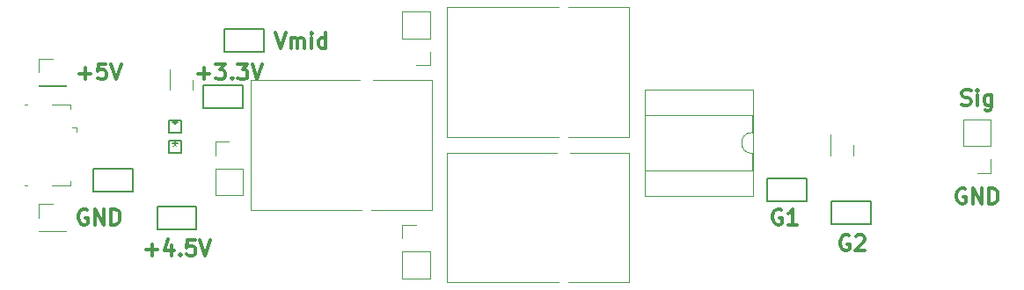
<source format=gbr>
G04 #@! TF.GenerationSoftware,KiCad,Pcbnew,(5.1.5-0-10_14)*
G04 #@! TF.CreationDate,2020-09-27T01:00:48-07:00*
G04 #@! TF.ProjectId,Bias_Tester,42696173-5f54-4657-9374-65722e6b6963,rev?*
G04 #@! TF.SameCoordinates,Original*
G04 #@! TF.FileFunction,Legend,Top*
G04 #@! TF.FilePolarity,Positive*
%FSLAX46Y46*%
G04 Gerber Fmt 4.6, Leading zero omitted, Abs format (unit mm)*
G04 Created by KiCad (PCBNEW (5.1.5-0-10_14)) date 2020-09-27 01:00:48*
%MOMM*%
%LPD*%
G04 APERTURE LIST*
%ADD10C,0.300000*%
%ADD11C,0.152400*%
%ADD12C,0.120000*%
%ADD13C,0.150000*%
%ADD14C,0.280000*%
%ADD15R,2.000000X1.600000*%
%ADD16C,1.550000*%
%ADD17R,1.450000X0.500000*%
%ADD18O,2.000000X1.300000*%
%ADD19R,2.000000X1.300000*%
%ADD20R,1.800000X1.800000*%
%ADD21O,1.800000X1.800000*%
%ADD22C,2.100000*%
%ADD23C,2.600000*%
%ADD24R,3.500000X1.900000*%
%ADD25C,6.500000*%
%ADD26R,1.700000X0.550000*%
%ADD27R,1.700000X1.700000*%
%ADD28O,1.700000X1.700000*%
G04 APERTURE END LIST*
D10*
X151678571Y-107750000D02*
X151535714Y-107678571D01*
X151321428Y-107678571D01*
X151107142Y-107750000D01*
X150964285Y-107892857D01*
X150892857Y-108035714D01*
X150821428Y-108321428D01*
X150821428Y-108535714D01*
X150892857Y-108821428D01*
X150964285Y-108964285D01*
X151107142Y-109107142D01*
X151321428Y-109178571D01*
X151464285Y-109178571D01*
X151678571Y-109107142D01*
X151750000Y-109035714D01*
X151750000Y-108535714D01*
X151464285Y-108535714D01*
X152321428Y-107821428D02*
X152392857Y-107750000D01*
X152535714Y-107678571D01*
X152892857Y-107678571D01*
X153035714Y-107750000D01*
X153107142Y-107821428D01*
X153178571Y-107964285D01*
X153178571Y-108107142D01*
X153107142Y-108321428D01*
X152250000Y-109178571D01*
X153178571Y-109178571D01*
X145178571Y-105250000D02*
X145035714Y-105178571D01*
X144821428Y-105178571D01*
X144607142Y-105250000D01*
X144464285Y-105392857D01*
X144392857Y-105535714D01*
X144321428Y-105821428D01*
X144321428Y-106035714D01*
X144392857Y-106321428D01*
X144464285Y-106464285D01*
X144607142Y-106607142D01*
X144821428Y-106678571D01*
X144964285Y-106678571D01*
X145178571Y-106607142D01*
X145250000Y-106535714D01*
X145250000Y-106035714D01*
X144964285Y-106035714D01*
X146678571Y-106678571D02*
X145821428Y-106678571D01*
X146250000Y-106678571D02*
X146250000Y-105178571D01*
X146107142Y-105392857D01*
X145964285Y-105535714D01*
X145821428Y-105607142D01*
X89000000Y-92107142D02*
X90142857Y-92107142D01*
X89571428Y-92678571D02*
X89571428Y-91535714D01*
X90714285Y-91178571D02*
X91642857Y-91178571D01*
X91142857Y-91750000D01*
X91357142Y-91750000D01*
X91500000Y-91821428D01*
X91571428Y-91892857D01*
X91642857Y-92035714D01*
X91642857Y-92392857D01*
X91571428Y-92535714D01*
X91500000Y-92607142D01*
X91357142Y-92678571D01*
X90928571Y-92678571D01*
X90785714Y-92607142D01*
X90714285Y-92535714D01*
X92285714Y-92535714D02*
X92357142Y-92607142D01*
X92285714Y-92678571D01*
X92214285Y-92607142D01*
X92285714Y-92535714D01*
X92285714Y-92678571D01*
X92857142Y-91178571D02*
X93785714Y-91178571D01*
X93285714Y-91750000D01*
X93500000Y-91750000D01*
X93642857Y-91821428D01*
X93714285Y-91892857D01*
X93785714Y-92035714D01*
X93785714Y-92392857D01*
X93714285Y-92535714D01*
X93642857Y-92607142D01*
X93500000Y-92678571D01*
X93071428Y-92678571D01*
X92928571Y-92607142D01*
X92857142Y-92535714D01*
X94214285Y-91178571D02*
X94714285Y-92678571D01*
X95214285Y-91178571D01*
X96464285Y-88178571D02*
X96964285Y-89678571D01*
X97464285Y-88178571D01*
X97964285Y-89678571D02*
X97964285Y-88678571D01*
X97964285Y-88821428D02*
X98035714Y-88750000D01*
X98178571Y-88678571D01*
X98392857Y-88678571D01*
X98535714Y-88750000D01*
X98607142Y-88892857D01*
X98607142Y-89678571D01*
X98607142Y-88892857D02*
X98678571Y-88750000D01*
X98821428Y-88678571D01*
X99035714Y-88678571D01*
X99178571Y-88750000D01*
X99250000Y-88892857D01*
X99250000Y-89678571D01*
X99964285Y-89678571D02*
X99964285Y-88678571D01*
X99964285Y-88178571D02*
X99892857Y-88250000D01*
X99964285Y-88321428D01*
X100035714Y-88250000D01*
X99964285Y-88178571D01*
X99964285Y-88321428D01*
X101321428Y-89678571D02*
X101321428Y-88178571D01*
X101321428Y-89607142D02*
X101178571Y-89678571D01*
X100892857Y-89678571D01*
X100750000Y-89607142D01*
X100678571Y-89535714D01*
X100607142Y-89392857D01*
X100607142Y-88964285D01*
X100678571Y-88821428D01*
X100750000Y-88750000D01*
X100892857Y-88678571D01*
X101178571Y-88678571D01*
X101321428Y-88750000D01*
X84000000Y-109107142D02*
X85142857Y-109107142D01*
X84571428Y-109678571D02*
X84571428Y-108535714D01*
X86500000Y-108678571D02*
X86500000Y-109678571D01*
X86142857Y-108107142D02*
X85785714Y-109178571D01*
X86714285Y-109178571D01*
X87285714Y-109535714D02*
X87357142Y-109607142D01*
X87285714Y-109678571D01*
X87214285Y-109607142D01*
X87285714Y-109535714D01*
X87285714Y-109678571D01*
X88714285Y-108178571D02*
X88000000Y-108178571D01*
X87928571Y-108892857D01*
X88000000Y-108821428D01*
X88142857Y-108750000D01*
X88500000Y-108750000D01*
X88642857Y-108821428D01*
X88714285Y-108892857D01*
X88785714Y-109035714D01*
X88785714Y-109392857D01*
X88714285Y-109535714D01*
X88642857Y-109607142D01*
X88500000Y-109678571D01*
X88142857Y-109678571D01*
X88000000Y-109607142D01*
X87928571Y-109535714D01*
X89214285Y-108178571D02*
X89714285Y-109678571D01*
X90214285Y-108178571D01*
X78357142Y-105250000D02*
X78214285Y-105178571D01*
X78000000Y-105178571D01*
X77785714Y-105250000D01*
X77642857Y-105392857D01*
X77571428Y-105535714D01*
X77500000Y-105821428D01*
X77500000Y-106035714D01*
X77571428Y-106321428D01*
X77642857Y-106464285D01*
X77785714Y-106607142D01*
X78000000Y-106678571D01*
X78142857Y-106678571D01*
X78357142Y-106607142D01*
X78428571Y-106535714D01*
X78428571Y-106035714D01*
X78142857Y-106035714D01*
X79071428Y-106678571D02*
X79071428Y-105178571D01*
X79928571Y-106678571D01*
X79928571Y-105178571D01*
X80642857Y-106678571D02*
X80642857Y-105178571D01*
X81000000Y-105178571D01*
X81214285Y-105250000D01*
X81357142Y-105392857D01*
X81428571Y-105535714D01*
X81500000Y-105821428D01*
X81500000Y-106035714D01*
X81428571Y-106321428D01*
X81357142Y-106464285D01*
X81214285Y-106607142D01*
X81000000Y-106678571D01*
X80642857Y-106678571D01*
X77571428Y-92107142D02*
X78714285Y-92107142D01*
X78142857Y-92678571D02*
X78142857Y-91535714D01*
X80142857Y-91178571D02*
X79428571Y-91178571D01*
X79357142Y-91892857D01*
X79428571Y-91821428D01*
X79571428Y-91750000D01*
X79928571Y-91750000D01*
X80071428Y-91821428D01*
X80142857Y-91892857D01*
X80214285Y-92035714D01*
X80214285Y-92392857D01*
X80142857Y-92535714D01*
X80071428Y-92607142D01*
X79928571Y-92678571D01*
X79571428Y-92678571D01*
X79428571Y-92607142D01*
X79357142Y-92535714D01*
X80642857Y-91178571D02*
X81142857Y-92678571D01*
X81642857Y-91178571D01*
X162535714Y-95107142D02*
X162750000Y-95178571D01*
X163107142Y-95178571D01*
X163250000Y-95107142D01*
X163321428Y-95035714D01*
X163392857Y-94892857D01*
X163392857Y-94750000D01*
X163321428Y-94607142D01*
X163250000Y-94535714D01*
X163107142Y-94464285D01*
X162821428Y-94392857D01*
X162678571Y-94321428D01*
X162607142Y-94250000D01*
X162535714Y-94107142D01*
X162535714Y-93964285D01*
X162607142Y-93821428D01*
X162678571Y-93750000D01*
X162821428Y-93678571D01*
X163178571Y-93678571D01*
X163392857Y-93750000D01*
X164035714Y-95178571D02*
X164035714Y-94178571D01*
X164035714Y-93678571D02*
X163964285Y-93750000D01*
X164035714Y-93821428D01*
X164107142Y-93750000D01*
X164035714Y-93678571D01*
X164035714Y-93821428D01*
X165392857Y-94178571D02*
X165392857Y-95392857D01*
X165321428Y-95535714D01*
X165250000Y-95607142D01*
X165107142Y-95678571D01*
X164892857Y-95678571D01*
X164750000Y-95607142D01*
X165392857Y-95107142D02*
X165250000Y-95178571D01*
X164964285Y-95178571D01*
X164821428Y-95107142D01*
X164750000Y-95035714D01*
X164678571Y-94892857D01*
X164678571Y-94464285D01*
X164750000Y-94321428D01*
X164821428Y-94250000D01*
X164964285Y-94178571D01*
X165250000Y-94178571D01*
X165392857Y-94250000D01*
X162857142Y-103250000D02*
X162714285Y-103178571D01*
X162500000Y-103178571D01*
X162285714Y-103250000D01*
X162142857Y-103392857D01*
X162071428Y-103535714D01*
X162000000Y-103821428D01*
X162000000Y-104035714D01*
X162071428Y-104321428D01*
X162142857Y-104464285D01*
X162285714Y-104607142D01*
X162500000Y-104678571D01*
X162642857Y-104678571D01*
X162857142Y-104607142D01*
X162928571Y-104535714D01*
X162928571Y-104035714D01*
X162642857Y-104035714D01*
X163571428Y-104678571D02*
X163571428Y-103178571D01*
X164428571Y-104678571D01*
X164428571Y-103178571D01*
X165142857Y-104678571D02*
X165142857Y-103178571D01*
X165500000Y-103178571D01*
X165714285Y-103250000D01*
X165857142Y-103392857D01*
X165928571Y-103535714D01*
X166000000Y-103821428D01*
X166000000Y-104035714D01*
X165928571Y-104321428D01*
X165857142Y-104464285D01*
X165714285Y-104607142D01*
X165500000Y-104678571D01*
X165142857Y-104678571D01*
D11*
X86208500Y-99791500D02*
X86208500Y-98608500D01*
X87391500Y-99791500D02*
X86208500Y-99791500D01*
X87391500Y-98608500D02*
X87391500Y-99791500D01*
X86208500Y-98608500D02*
X87391500Y-98608500D01*
X87391500Y-97791500D02*
X86208500Y-97791500D01*
X87391500Y-96608500D02*
X87391500Y-97791500D01*
X86208500Y-96608500D02*
X87391500Y-96608500D01*
X86208500Y-97791500D02*
X86208500Y-96608500D01*
D12*
X76762500Y-95100000D02*
X76762500Y-95550000D01*
X74912500Y-95100000D02*
X76762500Y-95100000D01*
X72362500Y-102900000D02*
X72612500Y-102900000D01*
X72362500Y-95100000D02*
X72612500Y-95100000D01*
X74912500Y-102900000D02*
X76762500Y-102900000D01*
X76762500Y-102900000D02*
X76762500Y-102450000D01*
X77312500Y-97300000D02*
X77312500Y-97750000D01*
X77312500Y-97300000D02*
X76862500Y-97300000D01*
X111330000Y-86130000D02*
X108670000Y-86130000D01*
X111330000Y-88730000D02*
X111330000Y-86130000D01*
X108670000Y-88730000D02*
X108670000Y-86130000D01*
X111330000Y-88730000D02*
X108670000Y-88730000D01*
X111330000Y-90000000D02*
X111330000Y-91330000D01*
X111330000Y-91330000D02*
X110000000Y-91330000D01*
X90670000Y-98670000D02*
X92000000Y-98670000D01*
X90670000Y-100000000D02*
X90670000Y-98670000D01*
X90670000Y-101270000D02*
X93330000Y-101270000D01*
X93330000Y-101270000D02*
X93330000Y-103870000D01*
X90670000Y-101270000D02*
X90670000Y-103870000D01*
X90670000Y-103870000D02*
X93330000Y-103870000D01*
X108670000Y-111870000D02*
X111330000Y-111870000D01*
X108670000Y-109270000D02*
X108670000Y-111870000D01*
X111330000Y-109270000D02*
X111330000Y-111870000D01*
X108670000Y-109270000D02*
X111330000Y-109270000D01*
X108670000Y-108000000D02*
X108670000Y-106670000D01*
X108670000Y-106670000D02*
X110000000Y-106670000D01*
X130480000Y-85750000D02*
X112980000Y-85750000D01*
X112980000Y-85750000D02*
X112980000Y-98250000D01*
X112980000Y-98250000D02*
X130480000Y-98250000D01*
X130480000Y-98250000D02*
X130480000Y-85750000D01*
X111550000Y-92750000D02*
X94050000Y-92750000D01*
X94050000Y-92750000D02*
X94050000Y-105250000D01*
X94050000Y-105250000D02*
X111550000Y-105250000D01*
X111550000Y-105250000D02*
X111550000Y-92750000D01*
X130480000Y-112250000D02*
X130480000Y-99750000D01*
X112980000Y-112250000D02*
X130480000Y-112250000D01*
X112980000Y-99750000D02*
X112980000Y-112250000D01*
X130480000Y-99750000D02*
X112980000Y-99750000D01*
D13*
X93350000Y-95490000D02*
X89550000Y-95490000D01*
X89550000Y-95490000D02*
X89550000Y-93290000D01*
X89550000Y-93290000D02*
X93350000Y-93290000D01*
X93350000Y-93290000D02*
X93350000Y-95490000D01*
X95370000Y-87830000D02*
X95370000Y-90030000D01*
X91570000Y-87830000D02*
X95370000Y-87830000D01*
X91570000Y-90030000D02*
X91570000Y-87830000D01*
X95370000Y-90030000D02*
X91570000Y-90030000D01*
D12*
X73670000Y-104670000D02*
X75000000Y-104670000D01*
X73670000Y-106000000D02*
X73670000Y-104670000D01*
X73670000Y-107270000D02*
X76330000Y-107270000D01*
X76330000Y-107270000D02*
X76330000Y-107330000D01*
X73670000Y-107270000D02*
X73670000Y-107330000D01*
X73670000Y-107330000D02*
X76330000Y-107330000D01*
X73670000Y-93330000D02*
X76330000Y-93330000D01*
X73670000Y-93270000D02*
X73670000Y-93330000D01*
X76330000Y-93270000D02*
X76330000Y-93330000D01*
X73670000Y-93270000D02*
X76330000Y-93270000D01*
X73670000Y-92000000D02*
X73670000Y-90670000D01*
X73670000Y-90670000D02*
X75000000Y-90670000D01*
D13*
X143800000Y-102220000D02*
X147600000Y-102220000D01*
X147600000Y-102220000D02*
X147600000Y-104420000D01*
X147600000Y-104420000D02*
X143800000Y-104420000D01*
X143800000Y-104420000D02*
X143800000Y-102220000D01*
X150000000Y-104460000D02*
X153800000Y-104460000D01*
X153800000Y-104460000D02*
X153800000Y-106660000D01*
X153800000Y-106660000D02*
X150000000Y-106660000D01*
X150000000Y-106660000D02*
X150000000Y-104460000D01*
D12*
X165330000Y-96530000D02*
X162670000Y-96530000D01*
X165330000Y-99130000D02*
X165330000Y-96530000D01*
X162670000Y-99130000D02*
X162670000Y-96530000D01*
X165330000Y-99130000D02*
X162670000Y-99130000D01*
X165330000Y-100400000D02*
X165330000Y-101730000D01*
X165330000Y-101730000D02*
X164000000Y-101730000D01*
D13*
X78930000Y-103510000D02*
X78930000Y-101310000D01*
X82730000Y-103510000D02*
X78930000Y-103510000D01*
X82730000Y-101310000D02*
X82730000Y-103510000D01*
X78930000Y-101310000D02*
X82730000Y-101310000D01*
X85070000Y-107100000D02*
X85070000Y-104900000D01*
X88870000Y-107100000D02*
X85070000Y-107100000D01*
X88870000Y-104900000D02*
X88870000Y-107100000D01*
X85070000Y-104900000D02*
X88870000Y-104900000D01*
D12*
X149890000Y-98000000D02*
X149890000Y-100000000D01*
X152110000Y-99000000D02*
X152110000Y-100000000D01*
X142330000Y-99810000D02*
G75*
G02X142330000Y-97810000I0J1000000D01*
G01*
X142330000Y-97810000D02*
X142330000Y-96160000D01*
X142330000Y-96160000D02*
X132050000Y-96160000D01*
X132050000Y-96160000D02*
X132050000Y-101460000D01*
X132050000Y-101460000D02*
X142330000Y-101460000D01*
X142330000Y-101460000D02*
X142330000Y-99810000D01*
X142390000Y-93670000D02*
X131990000Y-93670000D01*
X131990000Y-93670000D02*
X131990000Y-103950000D01*
X131990000Y-103950000D02*
X142390000Y-103950000D01*
X142390000Y-103950000D02*
X142390000Y-93670000D01*
X88480000Y-92710000D02*
X88480000Y-93710000D01*
X86260000Y-91710000D02*
X86260000Y-93710000D01*
D13*
X86800000Y-98652380D02*
X86800000Y-98890476D01*
X86561904Y-98795238D02*
X86800000Y-98890476D01*
X87038095Y-98795238D01*
X86657142Y-99080952D02*
X86800000Y-98890476D01*
X86942857Y-99080952D01*
X86800000Y-98652380D02*
X86800000Y-98890476D01*
X86561904Y-98795238D02*
X86800000Y-98890476D01*
X87038095Y-98795238D01*
X86657142Y-99080952D02*
X86800000Y-98890476D01*
X86942857Y-99080952D01*
X86800000Y-96652380D02*
X86800000Y-96890476D01*
X86561904Y-96795238D02*
X86800000Y-96890476D01*
X87038095Y-96795238D01*
X86657142Y-97080952D02*
X86800000Y-96890476D01*
X86942857Y-97080952D01*
%LPC*%
D14*
X86975000Y-99375000D03*
X86625000Y-99375000D03*
X86975000Y-99025000D03*
X86625000Y-99025000D03*
X86975000Y-97375000D03*
X86625000Y-97375000D03*
X86975000Y-97025000D03*
X86625000Y-97025000D03*
D13*
G36*
X79014408Y-97370831D02*
G01*
X79031153Y-97373315D01*
X79047574Y-97377428D01*
X79063513Y-97383131D01*
X79078816Y-97390369D01*
X79093336Y-97399071D01*
X79106933Y-97409156D01*
X79119476Y-97420524D01*
X79130844Y-97433067D01*
X79140929Y-97446664D01*
X79149631Y-97461184D01*
X79156869Y-97476487D01*
X79162572Y-97492426D01*
X79166685Y-97508847D01*
X79169169Y-97525592D01*
X79170000Y-97542500D01*
X79170000Y-97887500D01*
X79169169Y-97904408D01*
X79166685Y-97921153D01*
X79162572Y-97937574D01*
X79156869Y-97953513D01*
X79149631Y-97968816D01*
X79140929Y-97983336D01*
X79130844Y-97996933D01*
X79119476Y-98009476D01*
X79106933Y-98020844D01*
X79093336Y-98030929D01*
X79078816Y-98039631D01*
X79063513Y-98046869D01*
X79047574Y-98052572D01*
X79031153Y-98056685D01*
X79014408Y-98059169D01*
X78997500Y-98060000D01*
X78602500Y-98060000D01*
X78585592Y-98059169D01*
X78568847Y-98056685D01*
X78552426Y-98052572D01*
X78536487Y-98046869D01*
X78521184Y-98039631D01*
X78506664Y-98030929D01*
X78493067Y-98020844D01*
X78480524Y-98009476D01*
X78469156Y-97996933D01*
X78459071Y-97983336D01*
X78450369Y-97968816D01*
X78443131Y-97953513D01*
X78437428Y-97937574D01*
X78433315Y-97921153D01*
X78430831Y-97904408D01*
X78430000Y-97887500D01*
X78430000Y-97542500D01*
X78430831Y-97525592D01*
X78433315Y-97508847D01*
X78437428Y-97492426D01*
X78443131Y-97476487D01*
X78450369Y-97461184D01*
X78459071Y-97446664D01*
X78469156Y-97433067D01*
X78480524Y-97420524D01*
X78493067Y-97409156D01*
X78506664Y-97399071D01*
X78521184Y-97390369D01*
X78536487Y-97383131D01*
X78552426Y-97377428D01*
X78568847Y-97373315D01*
X78585592Y-97370831D01*
X78602500Y-97370000D01*
X78997500Y-97370000D01*
X79014408Y-97370831D01*
G37*
G36*
X79014408Y-98340831D02*
G01*
X79031153Y-98343315D01*
X79047574Y-98347428D01*
X79063513Y-98353131D01*
X79078816Y-98360369D01*
X79093336Y-98369071D01*
X79106933Y-98379156D01*
X79119476Y-98390524D01*
X79130844Y-98403067D01*
X79140929Y-98416664D01*
X79149631Y-98431184D01*
X79156869Y-98446487D01*
X79162572Y-98462426D01*
X79166685Y-98478847D01*
X79169169Y-98495592D01*
X79170000Y-98512500D01*
X79170000Y-98857500D01*
X79169169Y-98874408D01*
X79166685Y-98891153D01*
X79162572Y-98907574D01*
X79156869Y-98923513D01*
X79149631Y-98938816D01*
X79140929Y-98953336D01*
X79130844Y-98966933D01*
X79119476Y-98979476D01*
X79106933Y-98990844D01*
X79093336Y-99000929D01*
X79078816Y-99009631D01*
X79063513Y-99016869D01*
X79047574Y-99022572D01*
X79031153Y-99026685D01*
X79014408Y-99029169D01*
X78997500Y-99030000D01*
X78602500Y-99030000D01*
X78585592Y-99029169D01*
X78568847Y-99026685D01*
X78552426Y-99022572D01*
X78536487Y-99016869D01*
X78521184Y-99009631D01*
X78506664Y-99000929D01*
X78493067Y-98990844D01*
X78480524Y-98979476D01*
X78469156Y-98966933D01*
X78459071Y-98953336D01*
X78450369Y-98938816D01*
X78443131Y-98923513D01*
X78437428Y-98907574D01*
X78433315Y-98891153D01*
X78430831Y-98874408D01*
X78430000Y-98857500D01*
X78430000Y-98512500D01*
X78430831Y-98495592D01*
X78433315Y-98478847D01*
X78437428Y-98462426D01*
X78443131Y-98446487D01*
X78450369Y-98431184D01*
X78459071Y-98416664D01*
X78469156Y-98403067D01*
X78480524Y-98390524D01*
X78493067Y-98379156D01*
X78506664Y-98369071D01*
X78521184Y-98360369D01*
X78536487Y-98353131D01*
X78552426Y-98347428D01*
X78568847Y-98343315D01*
X78585592Y-98340831D01*
X78602500Y-98340000D01*
X78997500Y-98340000D01*
X79014408Y-98340831D01*
G37*
G36*
X81814408Y-98340831D02*
G01*
X81831153Y-98343315D01*
X81847574Y-98347428D01*
X81863513Y-98353131D01*
X81878816Y-98360369D01*
X81893336Y-98369071D01*
X81906933Y-98379156D01*
X81919476Y-98390524D01*
X81930844Y-98403067D01*
X81940929Y-98416664D01*
X81949631Y-98431184D01*
X81956869Y-98446487D01*
X81962572Y-98462426D01*
X81966685Y-98478847D01*
X81969169Y-98495592D01*
X81970000Y-98512500D01*
X81970000Y-98857500D01*
X81969169Y-98874408D01*
X81966685Y-98891153D01*
X81962572Y-98907574D01*
X81956869Y-98923513D01*
X81949631Y-98938816D01*
X81940929Y-98953336D01*
X81930844Y-98966933D01*
X81919476Y-98979476D01*
X81906933Y-98990844D01*
X81893336Y-99000929D01*
X81878816Y-99009631D01*
X81863513Y-99016869D01*
X81847574Y-99022572D01*
X81831153Y-99026685D01*
X81814408Y-99029169D01*
X81797500Y-99030000D01*
X81402500Y-99030000D01*
X81385592Y-99029169D01*
X81368847Y-99026685D01*
X81352426Y-99022572D01*
X81336487Y-99016869D01*
X81321184Y-99009631D01*
X81306664Y-99000929D01*
X81293067Y-98990844D01*
X81280524Y-98979476D01*
X81269156Y-98966933D01*
X81259071Y-98953336D01*
X81250369Y-98938816D01*
X81243131Y-98923513D01*
X81237428Y-98907574D01*
X81233315Y-98891153D01*
X81230831Y-98874408D01*
X81230000Y-98857500D01*
X81230000Y-98512500D01*
X81230831Y-98495592D01*
X81233315Y-98478847D01*
X81237428Y-98462426D01*
X81243131Y-98446487D01*
X81250369Y-98431184D01*
X81259071Y-98416664D01*
X81269156Y-98403067D01*
X81280524Y-98390524D01*
X81293067Y-98379156D01*
X81306664Y-98369071D01*
X81321184Y-98360369D01*
X81336487Y-98353131D01*
X81352426Y-98347428D01*
X81368847Y-98343315D01*
X81385592Y-98340831D01*
X81402500Y-98340000D01*
X81797500Y-98340000D01*
X81814408Y-98340831D01*
G37*
G36*
X81814408Y-97370831D02*
G01*
X81831153Y-97373315D01*
X81847574Y-97377428D01*
X81863513Y-97383131D01*
X81878816Y-97390369D01*
X81893336Y-97399071D01*
X81906933Y-97409156D01*
X81919476Y-97420524D01*
X81930844Y-97433067D01*
X81940929Y-97446664D01*
X81949631Y-97461184D01*
X81956869Y-97476487D01*
X81962572Y-97492426D01*
X81966685Y-97508847D01*
X81969169Y-97525592D01*
X81970000Y-97542500D01*
X81970000Y-97887500D01*
X81969169Y-97904408D01*
X81966685Y-97921153D01*
X81962572Y-97937574D01*
X81956869Y-97953513D01*
X81949631Y-97968816D01*
X81940929Y-97983336D01*
X81930844Y-97996933D01*
X81919476Y-98009476D01*
X81906933Y-98020844D01*
X81893336Y-98030929D01*
X81878816Y-98039631D01*
X81863513Y-98046869D01*
X81847574Y-98052572D01*
X81831153Y-98056685D01*
X81814408Y-98059169D01*
X81797500Y-98060000D01*
X81402500Y-98060000D01*
X81385592Y-98059169D01*
X81368847Y-98056685D01*
X81352426Y-98052572D01*
X81336487Y-98046869D01*
X81321184Y-98039631D01*
X81306664Y-98030929D01*
X81293067Y-98020844D01*
X81280524Y-98009476D01*
X81269156Y-97996933D01*
X81259071Y-97983336D01*
X81250369Y-97968816D01*
X81243131Y-97953513D01*
X81237428Y-97937574D01*
X81233315Y-97921153D01*
X81230831Y-97904408D01*
X81230000Y-97887500D01*
X81230000Y-97542500D01*
X81230831Y-97525592D01*
X81233315Y-97508847D01*
X81237428Y-97492426D01*
X81243131Y-97476487D01*
X81250369Y-97461184D01*
X81259071Y-97446664D01*
X81269156Y-97433067D01*
X81280524Y-97420524D01*
X81293067Y-97409156D01*
X81306664Y-97399071D01*
X81321184Y-97390369D01*
X81336487Y-97383131D01*
X81352426Y-97377428D01*
X81368847Y-97373315D01*
X81385592Y-97370831D01*
X81402500Y-97370000D01*
X81797500Y-97370000D01*
X81814408Y-97370831D01*
G37*
G36*
X83014408Y-97370831D02*
G01*
X83031153Y-97373315D01*
X83047574Y-97377428D01*
X83063513Y-97383131D01*
X83078816Y-97390369D01*
X83093336Y-97399071D01*
X83106933Y-97409156D01*
X83119476Y-97420524D01*
X83130844Y-97433067D01*
X83140929Y-97446664D01*
X83149631Y-97461184D01*
X83156869Y-97476487D01*
X83162572Y-97492426D01*
X83166685Y-97508847D01*
X83169169Y-97525592D01*
X83170000Y-97542500D01*
X83170000Y-97887500D01*
X83169169Y-97904408D01*
X83166685Y-97921153D01*
X83162572Y-97937574D01*
X83156869Y-97953513D01*
X83149631Y-97968816D01*
X83140929Y-97983336D01*
X83130844Y-97996933D01*
X83119476Y-98009476D01*
X83106933Y-98020844D01*
X83093336Y-98030929D01*
X83078816Y-98039631D01*
X83063513Y-98046869D01*
X83047574Y-98052572D01*
X83031153Y-98056685D01*
X83014408Y-98059169D01*
X82997500Y-98060000D01*
X82602500Y-98060000D01*
X82585592Y-98059169D01*
X82568847Y-98056685D01*
X82552426Y-98052572D01*
X82536487Y-98046869D01*
X82521184Y-98039631D01*
X82506664Y-98030929D01*
X82493067Y-98020844D01*
X82480524Y-98009476D01*
X82469156Y-97996933D01*
X82459071Y-97983336D01*
X82450369Y-97968816D01*
X82443131Y-97953513D01*
X82437428Y-97937574D01*
X82433315Y-97921153D01*
X82430831Y-97904408D01*
X82430000Y-97887500D01*
X82430000Y-97542500D01*
X82430831Y-97525592D01*
X82433315Y-97508847D01*
X82437428Y-97492426D01*
X82443131Y-97476487D01*
X82450369Y-97461184D01*
X82459071Y-97446664D01*
X82469156Y-97433067D01*
X82480524Y-97420524D01*
X82493067Y-97409156D01*
X82506664Y-97399071D01*
X82521184Y-97390369D01*
X82536487Y-97383131D01*
X82552426Y-97377428D01*
X82568847Y-97373315D01*
X82585592Y-97370831D01*
X82602500Y-97370000D01*
X82997500Y-97370000D01*
X83014408Y-97370831D01*
G37*
G36*
X83014408Y-98340831D02*
G01*
X83031153Y-98343315D01*
X83047574Y-98347428D01*
X83063513Y-98353131D01*
X83078816Y-98360369D01*
X83093336Y-98369071D01*
X83106933Y-98379156D01*
X83119476Y-98390524D01*
X83130844Y-98403067D01*
X83140929Y-98416664D01*
X83149631Y-98431184D01*
X83156869Y-98446487D01*
X83162572Y-98462426D01*
X83166685Y-98478847D01*
X83169169Y-98495592D01*
X83170000Y-98512500D01*
X83170000Y-98857500D01*
X83169169Y-98874408D01*
X83166685Y-98891153D01*
X83162572Y-98907574D01*
X83156869Y-98923513D01*
X83149631Y-98938816D01*
X83140929Y-98953336D01*
X83130844Y-98966933D01*
X83119476Y-98979476D01*
X83106933Y-98990844D01*
X83093336Y-99000929D01*
X83078816Y-99009631D01*
X83063513Y-99016869D01*
X83047574Y-99022572D01*
X83031153Y-99026685D01*
X83014408Y-99029169D01*
X82997500Y-99030000D01*
X82602500Y-99030000D01*
X82585592Y-99029169D01*
X82568847Y-99026685D01*
X82552426Y-99022572D01*
X82536487Y-99016869D01*
X82521184Y-99009631D01*
X82506664Y-99000929D01*
X82493067Y-98990844D01*
X82480524Y-98979476D01*
X82469156Y-98966933D01*
X82459071Y-98953336D01*
X82450369Y-98938816D01*
X82443131Y-98923513D01*
X82437428Y-98907574D01*
X82433315Y-98891153D01*
X82430831Y-98874408D01*
X82430000Y-98857500D01*
X82430000Y-98512500D01*
X82430831Y-98495592D01*
X82433315Y-98478847D01*
X82437428Y-98462426D01*
X82443131Y-98446487D01*
X82450369Y-98431184D01*
X82459071Y-98416664D01*
X82469156Y-98403067D01*
X82480524Y-98390524D01*
X82493067Y-98379156D01*
X82506664Y-98369071D01*
X82521184Y-98360369D01*
X82536487Y-98353131D01*
X82552426Y-98347428D01*
X82568847Y-98343315D01*
X82585592Y-98340831D01*
X82602500Y-98340000D01*
X82997500Y-98340000D01*
X83014408Y-98340831D01*
G37*
G36*
X87274408Y-94440831D02*
G01*
X87291153Y-94443315D01*
X87307574Y-94447428D01*
X87323513Y-94453131D01*
X87338816Y-94460369D01*
X87353336Y-94469071D01*
X87366933Y-94479156D01*
X87379476Y-94490524D01*
X87390844Y-94503067D01*
X87400929Y-94516664D01*
X87409631Y-94531184D01*
X87416869Y-94546487D01*
X87422572Y-94562426D01*
X87426685Y-94578847D01*
X87429169Y-94595592D01*
X87430000Y-94612500D01*
X87430000Y-95007500D01*
X87429169Y-95024408D01*
X87426685Y-95041153D01*
X87422572Y-95057574D01*
X87416869Y-95073513D01*
X87409631Y-95088816D01*
X87400929Y-95103336D01*
X87390844Y-95116933D01*
X87379476Y-95129476D01*
X87366933Y-95140844D01*
X87353336Y-95150929D01*
X87338816Y-95159631D01*
X87323513Y-95166869D01*
X87307574Y-95172572D01*
X87291153Y-95176685D01*
X87274408Y-95179169D01*
X87257500Y-95180000D01*
X86912500Y-95180000D01*
X86895592Y-95179169D01*
X86878847Y-95176685D01*
X86862426Y-95172572D01*
X86846487Y-95166869D01*
X86831184Y-95159631D01*
X86816664Y-95150929D01*
X86803067Y-95140844D01*
X86790524Y-95129476D01*
X86779156Y-95116933D01*
X86769071Y-95103336D01*
X86760369Y-95088816D01*
X86753131Y-95073513D01*
X86747428Y-95057574D01*
X86743315Y-95041153D01*
X86740831Y-95024408D01*
X86740000Y-95007500D01*
X86740000Y-94612500D01*
X86740831Y-94595592D01*
X86743315Y-94578847D01*
X86747428Y-94562426D01*
X86753131Y-94546487D01*
X86760369Y-94531184D01*
X86769071Y-94516664D01*
X86779156Y-94503067D01*
X86790524Y-94490524D01*
X86803067Y-94479156D01*
X86816664Y-94469071D01*
X86831184Y-94460369D01*
X86846487Y-94453131D01*
X86862426Y-94447428D01*
X86878847Y-94443315D01*
X86895592Y-94440831D01*
X86912500Y-94440000D01*
X87257500Y-94440000D01*
X87274408Y-94440831D01*
G37*
G36*
X88244408Y-94440831D02*
G01*
X88261153Y-94443315D01*
X88277574Y-94447428D01*
X88293513Y-94453131D01*
X88308816Y-94460369D01*
X88323336Y-94469071D01*
X88336933Y-94479156D01*
X88349476Y-94490524D01*
X88360844Y-94503067D01*
X88370929Y-94516664D01*
X88379631Y-94531184D01*
X88386869Y-94546487D01*
X88392572Y-94562426D01*
X88396685Y-94578847D01*
X88399169Y-94595592D01*
X88400000Y-94612500D01*
X88400000Y-95007500D01*
X88399169Y-95024408D01*
X88396685Y-95041153D01*
X88392572Y-95057574D01*
X88386869Y-95073513D01*
X88379631Y-95088816D01*
X88370929Y-95103336D01*
X88360844Y-95116933D01*
X88349476Y-95129476D01*
X88336933Y-95140844D01*
X88323336Y-95150929D01*
X88308816Y-95159631D01*
X88293513Y-95166869D01*
X88277574Y-95172572D01*
X88261153Y-95176685D01*
X88244408Y-95179169D01*
X88227500Y-95180000D01*
X87882500Y-95180000D01*
X87865592Y-95179169D01*
X87848847Y-95176685D01*
X87832426Y-95172572D01*
X87816487Y-95166869D01*
X87801184Y-95159631D01*
X87786664Y-95150929D01*
X87773067Y-95140844D01*
X87760524Y-95129476D01*
X87749156Y-95116933D01*
X87739071Y-95103336D01*
X87730369Y-95088816D01*
X87723131Y-95073513D01*
X87717428Y-95057574D01*
X87713315Y-95041153D01*
X87710831Y-95024408D01*
X87710000Y-95007500D01*
X87710000Y-94612500D01*
X87710831Y-94595592D01*
X87713315Y-94578847D01*
X87717428Y-94562426D01*
X87723131Y-94546487D01*
X87730369Y-94531184D01*
X87739071Y-94516664D01*
X87749156Y-94503067D01*
X87760524Y-94490524D01*
X87773067Y-94479156D01*
X87786664Y-94469071D01*
X87801184Y-94460369D01*
X87816487Y-94453131D01*
X87832426Y-94447428D01*
X87848847Y-94443315D01*
X87865592Y-94440831D01*
X87882500Y-94440000D01*
X88227500Y-94440000D01*
X88244408Y-94440831D01*
G37*
G36*
X88214408Y-97440831D02*
G01*
X88231153Y-97443315D01*
X88247574Y-97447428D01*
X88263513Y-97453131D01*
X88278816Y-97460369D01*
X88293336Y-97469071D01*
X88306933Y-97479156D01*
X88319476Y-97490524D01*
X88330844Y-97503067D01*
X88340929Y-97516664D01*
X88349631Y-97531184D01*
X88356869Y-97546487D01*
X88362572Y-97562426D01*
X88366685Y-97578847D01*
X88369169Y-97595592D01*
X88370000Y-97612500D01*
X88370000Y-97957500D01*
X88369169Y-97974408D01*
X88366685Y-97991153D01*
X88362572Y-98007574D01*
X88356869Y-98023513D01*
X88349631Y-98038816D01*
X88340929Y-98053336D01*
X88330844Y-98066933D01*
X88319476Y-98079476D01*
X88306933Y-98090844D01*
X88293336Y-98100929D01*
X88278816Y-98109631D01*
X88263513Y-98116869D01*
X88247574Y-98122572D01*
X88231153Y-98126685D01*
X88214408Y-98129169D01*
X88197500Y-98130000D01*
X87802500Y-98130000D01*
X87785592Y-98129169D01*
X87768847Y-98126685D01*
X87752426Y-98122572D01*
X87736487Y-98116869D01*
X87721184Y-98109631D01*
X87706664Y-98100929D01*
X87693067Y-98090844D01*
X87680524Y-98079476D01*
X87669156Y-98066933D01*
X87659071Y-98053336D01*
X87650369Y-98038816D01*
X87643131Y-98023513D01*
X87637428Y-98007574D01*
X87633315Y-97991153D01*
X87630831Y-97974408D01*
X87630000Y-97957500D01*
X87630000Y-97612500D01*
X87630831Y-97595592D01*
X87633315Y-97578847D01*
X87637428Y-97562426D01*
X87643131Y-97546487D01*
X87650369Y-97531184D01*
X87659071Y-97516664D01*
X87669156Y-97503067D01*
X87680524Y-97490524D01*
X87693067Y-97479156D01*
X87706664Y-97469071D01*
X87721184Y-97460369D01*
X87736487Y-97453131D01*
X87752426Y-97447428D01*
X87768847Y-97443315D01*
X87785592Y-97440831D01*
X87802500Y-97440000D01*
X88197500Y-97440000D01*
X88214408Y-97440831D01*
G37*
G36*
X88214408Y-96470831D02*
G01*
X88231153Y-96473315D01*
X88247574Y-96477428D01*
X88263513Y-96483131D01*
X88278816Y-96490369D01*
X88293336Y-96499071D01*
X88306933Y-96509156D01*
X88319476Y-96520524D01*
X88330844Y-96533067D01*
X88340929Y-96546664D01*
X88349631Y-96561184D01*
X88356869Y-96576487D01*
X88362572Y-96592426D01*
X88366685Y-96608847D01*
X88369169Y-96625592D01*
X88370000Y-96642500D01*
X88370000Y-96987500D01*
X88369169Y-97004408D01*
X88366685Y-97021153D01*
X88362572Y-97037574D01*
X88356869Y-97053513D01*
X88349631Y-97068816D01*
X88340929Y-97083336D01*
X88330844Y-97096933D01*
X88319476Y-97109476D01*
X88306933Y-97120844D01*
X88293336Y-97130929D01*
X88278816Y-97139631D01*
X88263513Y-97146869D01*
X88247574Y-97152572D01*
X88231153Y-97156685D01*
X88214408Y-97159169D01*
X88197500Y-97160000D01*
X87802500Y-97160000D01*
X87785592Y-97159169D01*
X87768847Y-97156685D01*
X87752426Y-97152572D01*
X87736487Y-97146869D01*
X87721184Y-97139631D01*
X87706664Y-97130929D01*
X87693067Y-97120844D01*
X87680524Y-97109476D01*
X87669156Y-97096933D01*
X87659071Y-97083336D01*
X87650369Y-97068816D01*
X87643131Y-97053513D01*
X87637428Y-97037574D01*
X87633315Y-97021153D01*
X87630831Y-97004408D01*
X87630000Y-96987500D01*
X87630000Y-96642500D01*
X87630831Y-96625592D01*
X87633315Y-96608847D01*
X87637428Y-96592426D01*
X87643131Y-96576487D01*
X87650369Y-96561184D01*
X87659071Y-96546664D01*
X87669156Y-96533067D01*
X87680524Y-96520524D01*
X87693067Y-96509156D01*
X87706664Y-96499071D01*
X87721184Y-96490369D01*
X87736487Y-96483131D01*
X87752426Y-96477428D01*
X87768847Y-96473315D01*
X87785592Y-96470831D01*
X87802500Y-96470000D01*
X88197500Y-96470000D01*
X88214408Y-96470831D01*
G37*
G36*
X153014408Y-99740831D02*
G01*
X153031153Y-99743315D01*
X153047574Y-99747428D01*
X153063513Y-99753131D01*
X153078816Y-99760369D01*
X153093336Y-99769071D01*
X153106933Y-99779156D01*
X153119476Y-99790524D01*
X153130844Y-99803067D01*
X153140929Y-99816664D01*
X153149631Y-99831184D01*
X153156869Y-99846487D01*
X153162572Y-99862426D01*
X153166685Y-99878847D01*
X153169169Y-99895592D01*
X153170000Y-99912500D01*
X153170000Y-100257500D01*
X153169169Y-100274408D01*
X153166685Y-100291153D01*
X153162572Y-100307574D01*
X153156869Y-100323513D01*
X153149631Y-100338816D01*
X153140929Y-100353336D01*
X153130844Y-100366933D01*
X153119476Y-100379476D01*
X153106933Y-100390844D01*
X153093336Y-100400929D01*
X153078816Y-100409631D01*
X153063513Y-100416869D01*
X153047574Y-100422572D01*
X153031153Y-100426685D01*
X153014408Y-100429169D01*
X152997500Y-100430000D01*
X152602500Y-100430000D01*
X152585592Y-100429169D01*
X152568847Y-100426685D01*
X152552426Y-100422572D01*
X152536487Y-100416869D01*
X152521184Y-100409631D01*
X152506664Y-100400929D01*
X152493067Y-100390844D01*
X152480524Y-100379476D01*
X152469156Y-100366933D01*
X152459071Y-100353336D01*
X152450369Y-100338816D01*
X152443131Y-100323513D01*
X152437428Y-100307574D01*
X152433315Y-100291153D01*
X152430831Y-100274408D01*
X152430000Y-100257500D01*
X152430000Y-99912500D01*
X152430831Y-99895592D01*
X152433315Y-99878847D01*
X152437428Y-99862426D01*
X152443131Y-99846487D01*
X152450369Y-99831184D01*
X152459071Y-99816664D01*
X152469156Y-99803067D01*
X152480524Y-99790524D01*
X152493067Y-99779156D01*
X152506664Y-99769071D01*
X152521184Y-99760369D01*
X152536487Y-99753131D01*
X152552426Y-99747428D01*
X152568847Y-99743315D01*
X152585592Y-99740831D01*
X152602500Y-99740000D01*
X152997500Y-99740000D01*
X153014408Y-99740831D01*
G37*
G36*
X153014408Y-98770831D02*
G01*
X153031153Y-98773315D01*
X153047574Y-98777428D01*
X153063513Y-98783131D01*
X153078816Y-98790369D01*
X153093336Y-98799071D01*
X153106933Y-98809156D01*
X153119476Y-98820524D01*
X153130844Y-98833067D01*
X153140929Y-98846664D01*
X153149631Y-98861184D01*
X153156869Y-98876487D01*
X153162572Y-98892426D01*
X153166685Y-98908847D01*
X153169169Y-98925592D01*
X153170000Y-98942500D01*
X153170000Y-99287500D01*
X153169169Y-99304408D01*
X153166685Y-99321153D01*
X153162572Y-99337574D01*
X153156869Y-99353513D01*
X153149631Y-99368816D01*
X153140929Y-99383336D01*
X153130844Y-99396933D01*
X153119476Y-99409476D01*
X153106933Y-99420844D01*
X153093336Y-99430929D01*
X153078816Y-99439631D01*
X153063513Y-99446869D01*
X153047574Y-99452572D01*
X153031153Y-99456685D01*
X153014408Y-99459169D01*
X152997500Y-99460000D01*
X152602500Y-99460000D01*
X152585592Y-99459169D01*
X152568847Y-99456685D01*
X152552426Y-99452572D01*
X152536487Y-99446869D01*
X152521184Y-99439631D01*
X152506664Y-99430929D01*
X152493067Y-99420844D01*
X152480524Y-99409476D01*
X152469156Y-99396933D01*
X152459071Y-99383336D01*
X152450369Y-99368816D01*
X152443131Y-99353513D01*
X152437428Y-99337574D01*
X152433315Y-99321153D01*
X152430831Y-99304408D01*
X152430000Y-99287500D01*
X152430000Y-98942500D01*
X152430831Y-98925592D01*
X152433315Y-98908847D01*
X152437428Y-98892426D01*
X152443131Y-98876487D01*
X152450369Y-98861184D01*
X152459071Y-98846664D01*
X152469156Y-98833067D01*
X152480524Y-98820524D01*
X152493067Y-98809156D01*
X152506664Y-98799071D01*
X152521184Y-98790369D01*
X152536487Y-98783131D01*
X152552426Y-98777428D01*
X152568847Y-98773315D01*
X152585592Y-98770831D01*
X152602500Y-98770000D01*
X152997500Y-98770000D01*
X153014408Y-98770831D01*
G37*
G36*
X88214408Y-98370831D02*
G01*
X88231153Y-98373315D01*
X88247574Y-98377428D01*
X88263513Y-98383131D01*
X88278816Y-98390369D01*
X88293336Y-98399071D01*
X88306933Y-98409156D01*
X88319476Y-98420524D01*
X88330844Y-98433067D01*
X88340929Y-98446664D01*
X88349631Y-98461184D01*
X88356869Y-98476487D01*
X88362572Y-98492426D01*
X88366685Y-98508847D01*
X88369169Y-98525592D01*
X88370000Y-98542500D01*
X88370000Y-98887500D01*
X88369169Y-98904408D01*
X88366685Y-98921153D01*
X88362572Y-98937574D01*
X88356869Y-98953513D01*
X88349631Y-98968816D01*
X88340929Y-98983336D01*
X88330844Y-98996933D01*
X88319476Y-99009476D01*
X88306933Y-99020844D01*
X88293336Y-99030929D01*
X88278816Y-99039631D01*
X88263513Y-99046869D01*
X88247574Y-99052572D01*
X88231153Y-99056685D01*
X88214408Y-99059169D01*
X88197500Y-99060000D01*
X87802500Y-99060000D01*
X87785592Y-99059169D01*
X87768847Y-99056685D01*
X87752426Y-99052572D01*
X87736487Y-99046869D01*
X87721184Y-99039631D01*
X87706664Y-99030929D01*
X87693067Y-99020844D01*
X87680524Y-99009476D01*
X87669156Y-98996933D01*
X87659071Y-98983336D01*
X87650369Y-98968816D01*
X87643131Y-98953513D01*
X87637428Y-98937574D01*
X87633315Y-98921153D01*
X87630831Y-98904408D01*
X87630000Y-98887500D01*
X87630000Y-98542500D01*
X87630831Y-98525592D01*
X87633315Y-98508847D01*
X87637428Y-98492426D01*
X87643131Y-98476487D01*
X87650369Y-98461184D01*
X87659071Y-98446664D01*
X87669156Y-98433067D01*
X87680524Y-98420524D01*
X87693067Y-98409156D01*
X87706664Y-98399071D01*
X87721184Y-98390369D01*
X87736487Y-98383131D01*
X87752426Y-98377428D01*
X87768847Y-98373315D01*
X87785592Y-98370831D01*
X87802500Y-98370000D01*
X88197500Y-98370000D01*
X88214408Y-98370831D01*
G37*
G36*
X88214408Y-99340831D02*
G01*
X88231153Y-99343315D01*
X88247574Y-99347428D01*
X88263513Y-99353131D01*
X88278816Y-99360369D01*
X88293336Y-99369071D01*
X88306933Y-99379156D01*
X88319476Y-99390524D01*
X88330844Y-99403067D01*
X88340929Y-99416664D01*
X88349631Y-99431184D01*
X88356869Y-99446487D01*
X88362572Y-99462426D01*
X88366685Y-99478847D01*
X88369169Y-99495592D01*
X88370000Y-99512500D01*
X88370000Y-99857500D01*
X88369169Y-99874408D01*
X88366685Y-99891153D01*
X88362572Y-99907574D01*
X88356869Y-99923513D01*
X88349631Y-99938816D01*
X88340929Y-99953336D01*
X88330844Y-99966933D01*
X88319476Y-99979476D01*
X88306933Y-99990844D01*
X88293336Y-100000929D01*
X88278816Y-100009631D01*
X88263513Y-100016869D01*
X88247574Y-100022572D01*
X88231153Y-100026685D01*
X88214408Y-100029169D01*
X88197500Y-100030000D01*
X87802500Y-100030000D01*
X87785592Y-100029169D01*
X87768847Y-100026685D01*
X87752426Y-100022572D01*
X87736487Y-100016869D01*
X87721184Y-100009631D01*
X87706664Y-100000929D01*
X87693067Y-99990844D01*
X87680524Y-99979476D01*
X87669156Y-99966933D01*
X87659071Y-99953336D01*
X87650369Y-99938816D01*
X87643131Y-99923513D01*
X87637428Y-99907574D01*
X87633315Y-99891153D01*
X87630831Y-99874408D01*
X87630000Y-99857500D01*
X87630000Y-99512500D01*
X87630831Y-99495592D01*
X87633315Y-99478847D01*
X87637428Y-99462426D01*
X87643131Y-99446487D01*
X87650369Y-99431184D01*
X87659071Y-99416664D01*
X87669156Y-99403067D01*
X87680524Y-99390524D01*
X87693067Y-99379156D01*
X87706664Y-99369071D01*
X87721184Y-99360369D01*
X87736487Y-99353131D01*
X87752426Y-99347428D01*
X87768847Y-99343315D01*
X87785592Y-99340831D01*
X87802500Y-99340000D01*
X88197500Y-99340000D01*
X88214408Y-99340831D01*
G37*
D15*
X73762500Y-100000000D03*
D16*
X76462500Y-96500000D03*
D17*
X76462500Y-98350000D03*
X76462500Y-97700000D03*
X76462500Y-100300000D03*
X76462500Y-99650000D03*
X76462500Y-99000000D03*
D16*
X76462500Y-101500000D03*
D15*
X73762500Y-98000000D03*
D18*
X73762500Y-95500000D03*
X73762500Y-102500000D03*
D19*
X73762500Y-101900000D03*
X73762500Y-96100000D03*
D20*
X110000000Y-90000000D03*
D21*
X110000000Y-87460000D03*
X92000000Y-102540000D03*
D20*
X92000000Y-100000000D03*
X110000000Y-108000000D03*
D21*
X110000000Y-110540000D03*
D13*
G36*
X80047252Y-97350602D02*
G01*
X80059386Y-97352402D01*
X80071286Y-97355382D01*
X80082835Y-97359515D01*
X80093925Y-97364760D01*
X80104446Y-97371066D01*
X80114299Y-97378374D01*
X80123388Y-97386612D01*
X80131626Y-97395701D01*
X80138934Y-97405554D01*
X80145240Y-97416075D01*
X80150485Y-97427165D01*
X80154618Y-97438714D01*
X80157598Y-97450614D01*
X80159398Y-97462748D01*
X80160000Y-97475000D01*
X80160000Y-97725000D01*
X80159398Y-97737252D01*
X80157598Y-97749386D01*
X80154618Y-97761286D01*
X80150485Y-97772835D01*
X80145240Y-97783925D01*
X80138934Y-97794446D01*
X80131626Y-97804299D01*
X80123388Y-97813388D01*
X80114299Y-97821626D01*
X80104446Y-97828934D01*
X80093925Y-97835240D01*
X80082835Y-97840485D01*
X80071286Y-97844618D01*
X80059386Y-97847598D01*
X80047252Y-97849398D01*
X80035000Y-97850000D01*
X79725000Y-97850000D01*
X79712748Y-97849398D01*
X79700614Y-97847598D01*
X79688714Y-97844618D01*
X79677165Y-97840485D01*
X79666075Y-97835240D01*
X79655554Y-97828934D01*
X79645701Y-97821626D01*
X79636612Y-97813388D01*
X79628374Y-97804299D01*
X79621066Y-97794446D01*
X79614760Y-97783925D01*
X79609515Y-97772835D01*
X79605382Y-97761286D01*
X79602402Y-97749386D01*
X79600602Y-97737252D01*
X79600000Y-97725000D01*
X79600000Y-97475000D01*
X79600602Y-97462748D01*
X79602402Y-97450614D01*
X79605382Y-97438714D01*
X79609515Y-97427165D01*
X79614760Y-97416075D01*
X79621066Y-97405554D01*
X79628374Y-97395701D01*
X79636612Y-97386612D01*
X79645701Y-97378374D01*
X79655554Y-97371066D01*
X79666075Y-97364760D01*
X79677165Y-97359515D01*
X79688714Y-97355382D01*
X79700614Y-97352402D01*
X79712748Y-97350602D01*
X79725000Y-97350000D01*
X80035000Y-97350000D01*
X80047252Y-97350602D01*
G37*
G36*
X80687252Y-97350602D02*
G01*
X80699386Y-97352402D01*
X80711286Y-97355382D01*
X80722835Y-97359515D01*
X80733925Y-97364760D01*
X80744446Y-97371066D01*
X80754299Y-97378374D01*
X80763388Y-97386612D01*
X80771626Y-97395701D01*
X80778934Y-97405554D01*
X80785240Y-97416075D01*
X80790485Y-97427165D01*
X80794618Y-97438714D01*
X80797598Y-97450614D01*
X80799398Y-97462748D01*
X80800000Y-97475000D01*
X80800000Y-97725000D01*
X80799398Y-97737252D01*
X80797598Y-97749386D01*
X80794618Y-97761286D01*
X80790485Y-97772835D01*
X80785240Y-97783925D01*
X80778934Y-97794446D01*
X80771626Y-97804299D01*
X80763388Y-97813388D01*
X80754299Y-97821626D01*
X80744446Y-97828934D01*
X80733925Y-97835240D01*
X80722835Y-97840485D01*
X80711286Y-97844618D01*
X80699386Y-97847598D01*
X80687252Y-97849398D01*
X80675000Y-97850000D01*
X80365000Y-97850000D01*
X80352748Y-97849398D01*
X80340614Y-97847598D01*
X80328714Y-97844618D01*
X80317165Y-97840485D01*
X80306075Y-97835240D01*
X80295554Y-97828934D01*
X80285701Y-97821626D01*
X80276612Y-97813388D01*
X80268374Y-97804299D01*
X80261066Y-97794446D01*
X80254760Y-97783925D01*
X80249515Y-97772835D01*
X80245382Y-97761286D01*
X80242402Y-97749386D01*
X80240602Y-97737252D01*
X80240000Y-97725000D01*
X80240000Y-97475000D01*
X80240602Y-97462748D01*
X80242402Y-97450614D01*
X80245382Y-97438714D01*
X80249515Y-97427165D01*
X80254760Y-97416075D01*
X80261066Y-97405554D01*
X80268374Y-97395701D01*
X80276612Y-97386612D01*
X80285701Y-97378374D01*
X80295554Y-97371066D01*
X80306075Y-97364760D01*
X80317165Y-97359515D01*
X80328714Y-97355382D01*
X80340614Y-97352402D01*
X80352748Y-97350602D01*
X80365000Y-97350000D01*
X80675000Y-97350000D01*
X80687252Y-97350602D01*
G37*
G36*
X146374408Y-98630831D02*
G01*
X146391153Y-98633315D01*
X146407574Y-98637428D01*
X146423513Y-98643131D01*
X146438816Y-98650369D01*
X146453336Y-98659071D01*
X146466933Y-98669156D01*
X146479476Y-98680524D01*
X146490844Y-98693067D01*
X146500929Y-98706664D01*
X146509631Y-98721184D01*
X146516869Y-98736487D01*
X146522572Y-98752426D01*
X146526685Y-98768847D01*
X146529169Y-98785592D01*
X146530000Y-98802500D01*
X146530000Y-99197500D01*
X146529169Y-99214408D01*
X146526685Y-99231153D01*
X146522572Y-99247574D01*
X146516869Y-99263513D01*
X146509631Y-99278816D01*
X146500929Y-99293336D01*
X146490844Y-99306933D01*
X146479476Y-99319476D01*
X146466933Y-99330844D01*
X146453336Y-99340929D01*
X146438816Y-99349631D01*
X146423513Y-99356869D01*
X146407574Y-99362572D01*
X146391153Y-99366685D01*
X146374408Y-99369169D01*
X146357500Y-99370000D01*
X146012500Y-99370000D01*
X145995592Y-99369169D01*
X145978847Y-99366685D01*
X145962426Y-99362572D01*
X145946487Y-99356869D01*
X145931184Y-99349631D01*
X145916664Y-99340929D01*
X145903067Y-99330844D01*
X145890524Y-99319476D01*
X145879156Y-99306933D01*
X145869071Y-99293336D01*
X145860369Y-99278816D01*
X145853131Y-99263513D01*
X145847428Y-99247574D01*
X145843315Y-99231153D01*
X145840831Y-99214408D01*
X145840000Y-99197500D01*
X145840000Y-98802500D01*
X145840831Y-98785592D01*
X145843315Y-98768847D01*
X145847428Y-98752426D01*
X145853131Y-98736487D01*
X145860369Y-98721184D01*
X145869071Y-98706664D01*
X145879156Y-98693067D01*
X145890524Y-98680524D01*
X145903067Y-98669156D01*
X145916664Y-98659071D01*
X145931184Y-98650369D01*
X145946487Y-98643131D01*
X145962426Y-98637428D01*
X145978847Y-98633315D01*
X145995592Y-98630831D01*
X146012500Y-98630000D01*
X146357500Y-98630000D01*
X146374408Y-98630831D01*
G37*
G36*
X145404408Y-98630831D02*
G01*
X145421153Y-98633315D01*
X145437574Y-98637428D01*
X145453513Y-98643131D01*
X145468816Y-98650369D01*
X145483336Y-98659071D01*
X145496933Y-98669156D01*
X145509476Y-98680524D01*
X145520844Y-98693067D01*
X145530929Y-98706664D01*
X145539631Y-98721184D01*
X145546869Y-98736487D01*
X145552572Y-98752426D01*
X145556685Y-98768847D01*
X145559169Y-98785592D01*
X145560000Y-98802500D01*
X145560000Y-99197500D01*
X145559169Y-99214408D01*
X145556685Y-99231153D01*
X145552572Y-99247574D01*
X145546869Y-99263513D01*
X145539631Y-99278816D01*
X145530929Y-99293336D01*
X145520844Y-99306933D01*
X145509476Y-99319476D01*
X145496933Y-99330844D01*
X145483336Y-99340929D01*
X145468816Y-99349631D01*
X145453513Y-99356869D01*
X145437574Y-99362572D01*
X145421153Y-99366685D01*
X145404408Y-99369169D01*
X145387500Y-99370000D01*
X145042500Y-99370000D01*
X145025592Y-99369169D01*
X145008847Y-99366685D01*
X144992426Y-99362572D01*
X144976487Y-99356869D01*
X144961184Y-99349631D01*
X144946664Y-99340929D01*
X144933067Y-99330844D01*
X144920524Y-99319476D01*
X144909156Y-99306933D01*
X144899071Y-99293336D01*
X144890369Y-99278816D01*
X144883131Y-99263513D01*
X144877428Y-99247574D01*
X144873315Y-99231153D01*
X144870831Y-99214408D01*
X144870000Y-99197500D01*
X144870000Y-98802500D01*
X144870831Y-98785592D01*
X144873315Y-98768847D01*
X144877428Y-98752426D01*
X144883131Y-98736487D01*
X144890369Y-98721184D01*
X144899071Y-98706664D01*
X144909156Y-98693067D01*
X144920524Y-98680524D01*
X144933067Y-98669156D01*
X144946664Y-98659071D01*
X144961184Y-98650369D01*
X144976487Y-98643131D01*
X144992426Y-98637428D01*
X145008847Y-98633315D01*
X145025592Y-98630831D01*
X145042500Y-98630000D01*
X145387500Y-98630000D01*
X145404408Y-98630831D01*
G37*
G36*
X85624408Y-90770831D02*
G01*
X85641153Y-90773315D01*
X85657574Y-90777428D01*
X85673513Y-90783131D01*
X85688816Y-90790369D01*
X85703336Y-90799071D01*
X85716933Y-90809156D01*
X85729476Y-90820524D01*
X85740844Y-90833067D01*
X85750929Y-90846664D01*
X85759631Y-90861184D01*
X85766869Y-90876487D01*
X85772572Y-90892426D01*
X85776685Y-90908847D01*
X85779169Y-90925592D01*
X85780000Y-90942500D01*
X85780000Y-91287500D01*
X85779169Y-91304408D01*
X85776685Y-91321153D01*
X85772572Y-91337574D01*
X85766869Y-91353513D01*
X85759631Y-91368816D01*
X85750929Y-91383336D01*
X85740844Y-91396933D01*
X85729476Y-91409476D01*
X85716933Y-91420844D01*
X85703336Y-91430929D01*
X85688816Y-91439631D01*
X85673513Y-91446869D01*
X85657574Y-91452572D01*
X85641153Y-91456685D01*
X85624408Y-91459169D01*
X85607500Y-91460000D01*
X85212500Y-91460000D01*
X85195592Y-91459169D01*
X85178847Y-91456685D01*
X85162426Y-91452572D01*
X85146487Y-91446869D01*
X85131184Y-91439631D01*
X85116664Y-91430929D01*
X85103067Y-91420844D01*
X85090524Y-91409476D01*
X85079156Y-91396933D01*
X85069071Y-91383336D01*
X85060369Y-91368816D01*
X85053131Y-91353513D01*
X85047428Y-91337574D01*
X85043315Y-91321153D01*
X85040831Y-91304408D01*
X85040000Y-91287500D01*
X85040000Y-90942500D01*
X85040831Y-90925592D01*
X85043315Y-90908847D01*
X85047428Y-90892426D01*
X85053131Y-90876487D01*
X85060369Y-90861184D01*
X85069071Y-90846664D01*
X85079156Y-90833067D01*
X85090524Y-90820524D01*
X85103067Y-90809156D01*
X85116664Y-90799071D01*
X85131184Y-90790369D01*
X85146487Y-90783131D01*
X85162426Y-90777428D01*
X85178847Y-90773315D01*
X85195592Y-90770831D01*
X85212500Y-90770000D01*
X85607500Y-90770000D01*
X85624408Y-90770831D01*
G37*
G36*
X85624408Y-91740831D02*
G01*
X85641153Y-91743315D01*
X85657574Y-91747428D01*
X85673513Y-91753131D01*
X85688816Y-91760369D01*
X85703336Y-91769071D01*
X85716933Y-91779156D01*
X85729476Y-91790524D01*
X85740844Y-91803067D01*
X85750929Y-91816664D01*
X85759631Y-91831184D01*
X85766869Y-91846487D01*
X85772572Y-91862426D01*
X85776685Y-91878847D01*
X85779169Y-91895592D01*
X85780000Y-91912500D01*
X85780000Y-92257500D01*
X85779169Y-92274408D01*
X85776685Y-92291153D01*
X85772572Y-92307574D01*
X85766869Y-92323513D01*
X85759631Y-92338816D01*
X85750929Y-92353336D01*
X85740844Y-92366933D01*
X85729476Y-92379476D01*
X85716933Y-92390844D01*
X85703336Y-92400929D01*
X85688816Y-92409631D01*
X85673513Y-92416869D01*
X85657574Y-92422572D01*
X85641153Y-92426685D01*
X85624408Y-92429169D01*
X85607500Y-92430000D01*
X85212500Y-92430000D01*
X85195592Y-92429169D01*
X85178847Y-92426685D01*
X85162426Y-92422572D01*
X85146487Y-92416869D01*
X85131184Y-92409631D01*
X85116664Y-92400929D01*
X85103067Y-92390844D01*
X85090524Y-92379476D01*
X85079156Y-92366933D01*
X85069071Y-92353336D01*
X85060369Y-92338816D01*
X85053131Y-92323513D01*
X85047428Y-92307574D01*
X85043315Y-92291153D01*
X85040831Y-92274408D01*
X85040000Y-92257500D01*
X85040000Y-91912500D01*
X85040831Y-91895592D01*
X85043315Y-91878847D01*
X85047428Y-91862426D01*
X85053131Y-91846487D01*
X85060369Y-91831184D01*
X85069071Y-91816664D01*
X85079156Y-91803067D01*
X85090524Y-91790524D01*
X85103067Y-91779156D01*
X85116664Y-91769071D01*
X85131184Y-91760369D01*
X85146487Y-91753131D01*
X85162426Y-91747428D01*
X85178847Y-91743315D01*
X85195592Y-91740831D01*
X85212500Y-91740000D01*
X85607500Y-91740000D01*
X85624408Y-91740831D01*
G37*
G36*
X85624408Y-89840831D02*
G01*
X85641153Y-89843315D01*
X85657574Y-89847428D01*
X85673513Y-89853131D01*
X85688816Y-89860369D01*
X85703336Y-89869071D01*
X85716933Y-89879156D01*
X85729476Y-89890524D01*
X85740844Y-89903067D01*
X85750929Y-89916664D01*
X85759631Y-89931184D01*
X85766869Y-89946487D01*
X85772572Y-89962426D01*
X85776685Y-89978847D01*
X85779169Y-89995592D01*
X85780000Y-90012500D01*
X85780000Y-90357500D01*
X85779169Y-90374408D01*
X85776685Y-90391153D01*
X85772572Y-90407574D01*
X85766869Y-90423513D01*
X85759631Y-90438816D01*
X85750929Y-90453336D01*
X85740844Y-90466933D01*
X85729476Y-90479476D01*
X85716933Y-90490844D01*
X85703336Y-90500929D01*
X85688816Y-90509631D01*
X85673513Y-90516869D01*
X85657574Y-90522572D01*
X85641153Y-90526685D01*
X85624408Y-90529169D01*
X85607500Y-90530000D01*
X85212500Y-90530000D01*
X85195592Y-90529169D01*
X85178847Y-90526685D01*
X85162426Y-90522572D01*
X85146487Y-90516869D01*
X85131184Y-90509631D01*
X85116664Y-90500929D01*
X85103067Y-90490844D01*
X85090524Y-90479476D01*
X85079156Y-90466933D01*
X85069071Y-90453336D01*
X85060369Y-90438816D01*
X85053131Y-90423513D01*
X85047428Y-90407574D01*
X85043315Y-90391153D01*
X85040831Y-90374408D01*
X85040000Y-90357500D01*
X85040000Y-90012500D01*
X85040831Y-89995592D01*
X85043315Y-89978847D01*
X85047428Y-89962426D01*
X85053131Y-89946487D01*
X85060369Y-89931184D01*
X85069071Y-89916664D01*
X85079156Y-89903067D01*
X85090524Y-89890524D01*
X85103067Y-89879156D01*
X85116664Y-89869071D01*
X85131184Y-89860369D01*
X85146487Y-89853131D01*
X85162426Y-89847428D01*
X85178847Y-89843315D01*
X85195592Y-89840831D01*
X85212500Y-89840000D01*
X85607500Y-89840000D01*
X85624408Y-89840831D01*
G37*
G36*
X85624408Y-88870831D02*
G01*
X85641153Y-88873315D01*
X85657574Y-88877428D01*
X85673513Y-88883131D01*
X85688816Y-88890369D01*
X85703336Y-88899071D01*
X85716933Y-88909156D01*
X85729476Y-88920524D01*
X85740844Y-88933067D01*
X85750929Y-88946664D01*
X85759631Y-88961184D01*
X85766869Y-88976487D01*
X85772572Y-88992426D01*
X85776685Y-89008847D01*
X85779169Y-89025592D01*
X85780000Y-89042500D01*
X85780000Y-89387500D01*
X85779169Y-89404408D01*
X85776685Y-89421153D01*
X85772572Y-89437574D01*
X85766869Y-89453513D01*
X85759631Y-89468816D01*
X85750929Y-89483336D01*
X85740844Y-89496933D01*
X85729476Y-89509476D01*
X85716933Y-89520844D01*
X85703336Y-89530929D01*
X85688816Y-89539631D01*
X85673513Y-89546869D01*
X85657574Y-89552572D01*
X85641153Y-89556685D01*
X85624408Y-89559169D01*
X85607500Y-89560000D01*
X85212500Y-89560000D01*
X85195592Y-89559169D01*
X85178847Y-89556685D01*
X85162426Y-89552572D01*
X85146487Y-89546869D01*
X85131184Y-89539631D01*
X85116664Y-89530929D01*
X85103067Y-89520844D01*
X85090524Y-89509476D01*
X85079156Y-89496933D01*
X85069071Y-89483336D01*
X85060369Y-89468816D01*
X85053131Y-89453513D01*
X85047428Y-89437574D01*
X85043315Y-89421153D01*
X85040831Y-89404408D01*
X85040000Y-89387500D01*
X85040000Y-89042500D01*
X85040831Y-89025592D01*
X85043315Y-89008847D01*
X85047428Y-88992426D01*
X85053131Y-88976487D01*
X85060369Y-88961184D01*
X85069071Y-88946664D01*
X85079156Y-88933067D01*
X85090524Y-88920524D01*
X85103067Y-88909156D01*
X85116664Y-88899071D01*
X85131184Y-88890369D01*
X85146487Y-88883131D01*
X85162426Y-88877428D01*
X85178847Y-88873315D01*
X85195592Y-88870831D01*
X85212500Y-88870000D01*
X85607500Y-88870000D01*
X85624408Y-88870831D01*
G37*
G36*
X151674408Y-100730831D02*
G01*
X151691153Y-100733315D01*
X151707574Y-100737428D01*
X151723513Y-100743131D01*
X151738816Y-100750369D01*
X151753336Y-100759071D01*
X151766933Y-100769156D01*
X151779476Y-100780524D01*
X151790844Y-100793067D01*
X151800929Y-100806664D01*
X151809631Y-100821184D01*
X151816869Y-100836487D01*
X151822572Y-100852426D01*
X151826685Y-100868847D01*
X151829169Y-100885592D01*
X151830000Y-100902500D01*
X151830000Y-101297500D01*
X151829169Y-101314408D01*
X151826685Y-101331153D01*
X151822572Y-101347574D01*
X151816869Y-101363513D01*
X151809631Y-101378816D01*
X151800929Y-101393336D01*
X151790844Y-101406933D01*
X151779476Y-101419476D01*
X151766933Y-101430844D01*
X151753336Y-101440929D01*
X151738816Y-101449631D01*
X151723513Y-101456869D01*
X151707574Y-101462572D01*
X151691153Y-101466685D01*
X151674408Y-101469169D01*
X151657500Y-101470000D01*
X151312500Y-101470000D01*
X151295592Y-101469169D01*
X151278847Y-101466685D01*
X151262426Y-101462572D01*
X151246487Y-101456869D01*
X151231184Y-101449631D01*
X151216664Y-101440929D01*
X151203067Y-101430844D01*
X151190524Y-101419476D01*
X151179156Y-101406933D01*
X151169071Y-101393336D01*
X151160369Y-101378816D01*
X151153131Y-101363513D01*
X151147428Y-101347574D01*
X151143315Y-101331153D01*
X151140831Y-101314408D01*
X151140000Y-101297500D01*
X151140000Y-100902500D01*
X151140831Y-100885592D01*
X151143315Y-100868847D01*
X151147428Y-100852426D01*
X151153131Y-100836487D01*
X151160369Y-100821184D01*
X151169071Y-100806664D01*
X151179156Y-100793067D01*
X151190524Y-100780524D01*
X151203067Y-100769156D01*
X151216664Y-100759071D01*
X151231184Y-100750369D01*
X151246487Y-100743131D01*
X151262426Y-100737428D01*
X151278847Y-100733315D01*
X151295592Y-100730831D01*
X151312500Y-100730000D01*
X151657500Y-100730000D01*
X151674408Y-100730831D01*
G37*
G36*
X150704408Y-100730831D02*
G01*
X150721153Y-100733315D01*
X150737574Y-100737428D01*
X150753513Y-100743131D01*
X150768816Y-100750369D01*
X150783336Y-100759071D01*
X150796933Y-100769156D01*
X150809476Y-100780524D01*
X150820844Y-100793067D01*
X150830929Y-100806664D01*
X150839631Y-100821184D01*
X150846869Y-100836487D01*
X150852572Y-100852426D01*
X150856685Y-100868847D01*
X150859169Y-100885592D01*
X150860000Y-100902500D01*
X150860000Y-101297500D01*
X150859169Y-101314408D01*
X150856685Y-101331153D01*
X150852572Y-101347574D01*
X150846869Y-101363513D01*
X150839631Y-101378816D01*
X150830929Y-101393336D01*
X150820844Y-101406933D01*
X150809476Y-101419476D01*
X150796933Y-101430844D01*
X150783336Y-101440929D01*
X150768816Y-101449631D01*
X150753513Y-101456869D01*
X150737574Y-101462572D01*
X150721153Y-101466685D01*
X150704408Y-101469169D01*
X150687500Y-101470000D01*
X150342500Y-101470000D01*
X150325592Y-101469169D01*
X150308847Y-101466685D01*
X150292426Y-101462572D01*
X150276487Y-101456869D01*
X150261184Y-101449631D01*
X150246664Y-101440929D01*
X150233067Y-101430844D01*
X150220524Y-101419476D01*
X150209156Y-101406933D01*
X150199071Y-101393336D01*
X150190369Y-101378816D01*
X150183131Y-101363513D01*
X150177428Y-101347574D01*
X150173315Y-101331153D01*
X150170831Y-101314408D01*
X150170000Y-101297500D01*
X150170000Y-100902500D01*
X150170831Y-100885592D01*
X150173315Y-100868847D01*
X150177428Y-100852426D01*
X150183131Y-100836487D01*
X150190369Y-100821184D01*
X150199071Y-100806664D01*
X150209156Y-100793067D01*
X150220524Y-100780524D01*
X150233067Y-100769156D01*
X150246664Y-100759071D01*
X150261184Y-100750369D01*
X150276487Y-100743131D01*
X150292426Y-100737428D01*
X150308847Y-100733315D01*
X150325592Y-100730831D01*
X150342500Y-100730000D01*
X150687500Y-100730000D01*
X150704408Y-100730831D01*
G37*
G36*
X153574408Y-100730831D02*
G01*
X153591153Y-100733315D01*
X153607574Y-100737428D01*
X153623513Y-100743131D01*
X153638816Y-100750369D01*
X153653336Y-100759071D01*
X153666933Y-100769156D01*
X153679476Y-100780524D01*
X153690844Y-100793067D01*
X153700929Y-100806664D01*
X153709631Y-100821184D01*
X153716869Y-100836487D01*
X153722572Y-100852426D01*
X153726685Y-100868847D01*
X153729169Y-100885592D01*
X153730000Y-100902500D01*
X153730000Y-101297500D01*
X153729169Y-101314408D01*
X153726685Y-101331153D01*
X153722572Y-101347574D01*
X153716869Y-101363513D01*
X153709631Y-101378816D01*
X153700929Y-101393336D01*
X153690844Y-101406933D01*
X153679476Y-101419476D01*
X153666933Y-101430844D01*
X153653336Y-101440929D01*
X153638816Y-101449631D01*
X153623513Y-101456869D01*
X153607574Y-101462572D01*
X153591153Y-101466685D01*
X153574408Y-101469169D01*
X153557500Y-101470000D01*
X153212500Y-101470000D01*
X153195592Y-101469169D01*
X153178847Y-101466685D01*
X153162426Y-101462572D01*
X153146487Y-101456869D01*
X153131184Y-101449631D01*
X153116664Y-101440929D01*
X153103067Y-101430844D01*
X153090524Y-101419476D01*
X153079156Y-101406933D01*
X153069071Y-101393336D01*
X153060369Y-101378816D01*
X153053131Y-101363513D01*
X153047428Y-101347574D01*
X153043315Y-101331153D01*
X153040831Y-101314408D01*
X153040000Y-101297500D01*
X153040000Y-100902500D01*
X153040831Y-100885592D01*
X153043315Y-100868847D01*
X153047428Y-100852426D01*
X153053131Y-100836487D01*
X153060369Y-100821184D01*
X153069071Y-100806664D01*
X153079156Y-100793067D01*
X153090524Y-100780524D01*
X153103067Y-100769156D01*
X153116664Y-100759071D01*
X153131184Y-100750369D01*
X153146487Y-100743131D01*
X153162426Y-100737428D01*
X153178847Y-100733315D01*
X153195592Y-100730831D01*
X153212500Y-100730000D01*
X153557500Y-100730000D01*
X153574408Y-100730831D01*
G37*
G36*
X152604408Y-100730831D02*
G01*
X152621153Y-100733315D01*
X152637574Y-100737428D01*
X152653513Y-100743131D01*
X152668816Y-100750369D01*
X152683336Y-100759071D01*
X152696933Y-100769156D01*
X152709476Y-100780524D01*
X152720844Y-100793067D01*
X152730929Y-100806664D01*
X152739631Y-100821184D01*
X152746869Y-100836487D01*
X152752572Y-100852426D01*
X152756685Y-100868847D01*
X152759169Y-100885592D01*
X152760000Y-100902500D01*
X152760000Y-101297500D01*
X152759169Y-101314408D01*
X152756685Y-101331153D01*
X152752572Y-101347574D01*
X152746869Y-101363513D01*
X152739631Y-101378816D01*
X152730929Y-101393336D01*
X152720844Y-101406933D01*
X152709476Y-101419476D01*
X152696933Y-101430844D01*
X152683336Y-101440929D01*
X152668816Y-101449631D01*
X152653513Y-101456869D01*
X152637574Y-101462572D01*
X152621153Y-101466685D01*
X152604408Y-101469169D01*
X152587500Y-101470000D01*
X152242500Y-101470000D01*
X152225592Y-101469169D01*
X152208847Y-101466685D01*
X152192426Y-101462572D01*
X152176487Y-101456869D01*
X152161184Y-101449631D01*
X152146664Y-101440929D01*
X152133067Y-101430844D01*
X152120524Y-101419476D01*
X152109156Y-101406933D01*
X152099071Y-101393336D01*
X152090369Y-101378816D01*
X152083131Y-101363513D01*
X152077428Y-101347574D01*
X152073315Y-101331153D01*
X152070831Y-101314408D01*
X152070000Y-101297500D01*
X152070000Y-100902500D01*
X152070831Y-100885592D01*
X152073315Y-100868847D01*
X152077428Y-100852426D01*
X152083131Y-100836487D01*
X152090369Y-100821184D01*
X152099071Y-100806664D01*
X152109156Y-100793067D01*
X152120524Y-100780524D01*
X152133067Y-100769156D01*
X152146664Y-100759071D01*
X152161184Y-100750369D01*
X152176487Y-100743131D01*
X152192426Y-100737428D01*
X152208847Y-100733315D01*
X152225592Y-100730831D01*
X152242500Y-100730000D01*
X152587500Y-100730000D01*
X152604408Y-100730831D01*
G37*
G36*
X151204408Y-96530831D02*
G01*
X151221153Y-96533315D01*
X151237574Y-96537428D01*
X151253513Y-96543131D01*
X151268816Y-96550369D01*
X151283336Y-96559071D01*
X151296933Y-96569156D01*
X151309476Y-96580524D01*
X151320844Y-96593067D01*
X151330929Y-96606664D01*
X151339631Y-96621184D01*
X151346869Y-96636487D01*
X151352572Y-96652426D01*
X151356685Y-96668847D01*
X151359169Y-96685592D01*
X151360000Y-96702500D01*
X151360000Y-97097500D01*
X151359169Y-97114408D01*
X151356685Y-97131153D01*
X151352572Y-97147574D01*
X151346869Y-97163513D01*
X151339631Y-97178816D01*
X151330929Y-97193336D01*
X151320844Y-97206933D01*
X151309476Y-97219476D01*
X151296933Y-97230844D01*
X151283336Y-97240929D01*
X151268816Y-97249631D01*
X151253513Y-97256869D01*
X151237574Y-97262572D01*
X151221153Y-97266685D01*
X151204408Y-97269169D01*
X151187500Y-97270000D01*
X150842500Y-97270000D01*
X150825592Y-97269169D01*
X150808847Y-97266685D01*
X150792426Y-97262572D01*
X150776487Y-97256869D01*
X150761184Y-97249631D01*
X150746664Y-97240929D01*
X150733067Y-97230844D01*
X150720524Y-97219476D01*
X150709156Y-97206933D01*
X150699071Y-97193336D01*
X150690369Y-97178816D01*
X150683131Y-97163513D01*
X150677428Y-97147574D01*
X150673315Y-97131153D01*
X150670831Y-97114408D01*
X150670000Y-97097500D01*
X150670000Y-96702500D01*
X150670831Y-96685592D01*
X150673315Y-96668847D01*
X150677428Y-96652426D01*
X150683131Y-96636487D01*
X150690369Y-96621184D01*
X150699071Y-96606664D01*
X150709156Y-96593067D01*
X150720524Y-96580524D01*
X150733067Y-96569156D01*
X150746664Y-96559071D01*
X150761184Y-96550369D01*
X150776487Y-96543131D01*
X150792426Y-96537428D01*
X150808847Y-96533315D01*
X150825592Y-96530831D01*
X150842500Y-96530000D01*
X151187500Y-96530000D01*
X151204408Y-96530831D01*
G37*
G36*
X152174408Y-96530831D02*
G01*
X152191153Y-96533315D01*
X152207574Y-96537428D01*
X152223513Y-96543131D01*
X152238816Y-96550369D01*
X152253336Y-96559071D01*
X152266933Y-96569156D01*
X152279476Y-96580524D01*
X152290844Y-96593067D01*
X152300929Y-96606664D01*
X152309631Y-96621184D01*
X152316869Y-96636487D01*
X152322572Y-96652426D01*
X152326685Y-96668847D01*
X152329169Y-96685592D01*
X152330000Y-96702500D01*
X152330000Y-97097500D01*
X152329169Y-97114408D01*
X152326685Y-97131153D01*
X152322572Y-97147574D01*
X152316869Y-97163513D01*
X152309631Y-97178816D01*
X152300929Y-97193336D01*
X152290844Y-97206933D01*
X152279476Y-97219476D01*
X152266933Y-97230844D01*
X152253336Y-97240929D01*
X152238816Y-97249631D01*
X152223513Y-97256869D01*
X152207574Y-97262572D01*
X152191153Y-97266685D01*
X152174408Y-97269169D01*
X152157500Y-97270000D01*
X151812500Y-97270000D01*
X151795592Y-97269169D01*
X151778847Y-97266685D01*
X151762426Y-97262572D01*
X151746487Y-97256869D01*
X151731184Y-97249631D01*
X151716664Y-97240929D01*
X151703067Y-97230844D01*
X151690524Y-97219476D01*
X151679156Y-97206933D01*
X151669071Y-97193336D01*
X151660369Y-97178816D01*
X151653131Y-97163513D01*
X151647428Y-97147574D01*
X151643315Y-97131153D01*
X151640831Y-97114408D01*
X151640000Y-97097500D01*
X151640000Y-96702500D01*
X151640831Y-96685592D01*
X151643315Y-96668847D01*
X151647428Y-96652426D01*
X151653131Y-96636487D01*
X151660369Y-96621184D01*
X151669071Y-96606664D01*
X151679156Y-96593067D01*
X151690524Y-96580524D01*
X151703067Y-96569156D01*
X151716664Y-96559071D01*
X151731184Y-96550369D01*
X151746487Y-96543131D01*
X151762426Y-96537428D01*
X151778847Y-96533315D01*
X151795592Y-96530831D01*
X151812500Y-96530000D01*
X152157500Y-96530000D01*
X152174408Y-96530831D01*
G37*
D22*
X114230000Y-88250000D03*
X114230000Y-92000000D03*
X114230000Y-95750000D03*
D23*
X124230000Y-86950000D03*
X124230000Y-97050000D03*
D22*
X95300000Y-95250000D03*
X95300000Y-99000000D03*
X95300000Y-102750000D03*
D23*
X105300000Y-93950000D03*
X105300000Y-104050000D03*
X124230000Y-111050000D03*
X124230000Y-100950000D03*
D22*
X114230000Y-109750000D03*
X114230000Y-106000000D03*
X114230000Y-102250000D03*
D24*
X91450000Y-94390000D03*
X93470000Y-88930000D03*
D20*
X75000000Y-106000000D03*
X75000000Y-92000000D03*
D25*
X75500000Y-86500000D03*
X165450000Y-86500000D03*
X75500000Y-111500000D03*
X165500000Y-111500000D03*
D13*
G36*
X85814408Y-97440831D02*
G01*
X85831153Y-97443315D01*
X85847574Y-97447428D01*
X85863513Y-97453131D01*
X85878816Y-97460369D01*
X85893336Y-97469071D01*
X85906933Y-97479156D01*
X85919476Y-97490524D01*
X85930844Y-97503067D01*
X85940929Y-97516664D01*
X85949631Y-97531184D01*
X85956869Y-97546487D01*
X85962572Y-97562426D01*
X85966685Y-97578847D01*
X85969169Y-97595592D01*
X85970000Y-97612500D01*
X85970000Y-97957500D01*
X85969169Y-97974408D01*
X85966685Y-97991153D01*
X85962572Y-98007574D01*
X85956869Y-98023513D01*
X85949631Y-98038816D01*
X85940929Y-98053336D01*
X85930844Y-98066933D01*
X85919476Y-98079476D01*
X85906933Y-98090844D01*
X85893336Y-98100929D01*
X85878816Y-98109631D01*
X85863513Y-98116869D01*
X85847574Y-98122572D01*
X85831153Y-98126685D01*
X85814408Y-98129169D01*
X85797500Y-98130000D01*
X85402500Y-98130000D01*
X85385592Y-98129169D01*
X85368847Y-98126685D01*
X85352426Y-98122572D01*
X85336487Y-98116869D01*
X85321184Y-98109631D01*
X85306664Y-98100929D01*
X85293067Y-98090844D01*
X85280524Y-98079476D01*
X85269156Y-98066933D01*
X85259071Y-98053336D01*
X85250369Y-98038816D01*
X85243131Y-98023513D01*
X85237428Y-98007574D01*
X85233315Y-97991153D01*
X85230831Y-97974408D01*
X85230000Y-97957500D01*
X85230000Y-97612500D01*
X85230831Y-97595592D01*
X85233315Y-97578847D01*
X85237428Y-97562426D01*
X85243131Y-97546487D01*
X85250369Y-97531184D01*
X85259071Y-97516664D01*
X85269156Y-97503067D01*
X85280524Y-97490524D01*
X85293067Y-97479156D01*
X85306664Y-97469071D01*
X85321184Y-97460369D01*
X85336487Y-97453131D01*
X85352426Y-97447428D01*
X85368847Y-97443315D01*
X85385592Y-97440831D01*
X85402500Y-97440000D01*
X85797500Y-97440000D01*
X85814408Y-97440831D01*
G37*
G36*
X85814408Y-96470831D02*
G01*
X85831153Y-96473315D01*
X85847574Y-96477428D01*
X85863513Y-96483131D01*
X85878816Y-96490369D01*
X85893336Y-96499071D01*
X85906933Y-96509156D01*
X85919476Y-96520524D01*
X85930844Y-96533067D01*
X85940929Y-96546664D01*
X85949631Y-96561184D01*
X85956869Y-96576487D01*
X85962572Y-96592426D01*
X85966685Y-96608847D01*
X85969169Y-96625592D01*
X85970000Y-96642500D01*
X85970000Y-96987500D01*
X85969169Y-97004408D01*
X85966685Y-97021153D01*
X85962572Y-97037574D01*
X85956869Y-97053513D01*
X85949631Y-97068816D01*
X85940929Y-97083336D01*
X85930844Y-97096933D01*
X85919476Y-97109476D01*
X85906933Y-97120844D01*
X85893336Y-97130929D01*
X85878816Y-97139631D01*
X85863513Y-97146869D01*
X85847574Y-97152572D01*
X85831153Y-97156685D01*
X85814408Y-97159169D01*
X85797500Y-97160000D01*
X85402500Y-97160000D01*
X85385592Y-97159169D01*
X85368847Y-97156685D01*
X85352426Y-97152572D01*
X85336487Y-97146869D01*
X85321184Y-97139631D01*
X85306664Y-97130929D01*
X85293067Y-97120844D01*
X85280524Y-97109476D01*
X85269156Y-97096933D01*
X85259071Y-97083336D01*
X85250369Y-97068816D01*
X85243131Y-97053513D01*
X85237428Y-97037574D01*
X85233315Y-97021153D01*
X85230831Y-97004408D01*
X85230000Y-96987500D01*
X85230000Y-96642500D01*
X85230831Y-96625592D01*
X85233315Y-96608847D01*
X85237428Y-96592426D01*
X85243131Y-96576487D01*
X85250369Y-96561184D01*
X85259071Y-96546664D01*
X85269156Y-96533067D01*
X85280524Y-96520524D01*
X85293067Y-96509156D01*
X85306664Y-96499071D01*
X85321184Y-96490369D01*
X85336487Y-96483131D01*
X85352426Y-96477428D01*
X85368847Y-96473315D01*
X85385592Y-96470831D01*
X85402500Y-96470000D01*
X85797500Y-96470000D01*
X85814408Y-96470831D01*
G37*
G36*
X86624408Y-88870831D02*
G01*
X86641153Y-88873315D01*
X86657574Y-88877428D01*
X86673513Y-88883131D01*
X86688816Y-88890369D01*
X86703336Y-88899071D01*
X86716933Y-88909156D01*
X86729476Y-88920524D01*
X86740844Y-88933067D01*
X86750929Y-88946664D01*
X86759631Y-88961184D01*
X86766869Y-88976487D01*
X86772572Y-88992426D01*
X86776685Y-89008847D01*
X86779169Y-89025592D01*
X86780000Y-89042500D01*
X86780000Y-89387500D01*
X86779169Y-89404408D01*
X86776685Y-89421153D01*
X86772572Y-89437574D01*
X86766869Y-89453513D01*
X86759631Y-89468816D01*
X86750929Y-89483336D01*
X86740844Y-89496933D01*
X86729476Y-89509476D01*
X86716933Y-89520844D01*
X86703336Y-89530929D01*
X86688816Y-89539631D01*
X86673513Y-89546869D01*
X86657574Y-89552572D01*
X86641153Y-89556685D01*
X86624408Y-89559169D01*
X86607500Y-89560000D01*
X86212500Y-89560000D01*
X86195592Y-89559169D01*
X86178847Y-89556685D01*
X86162426Y-89552572D01*
X86146487Y-89546869D01*
X86131184Y-89539631D01*
X86116664Y-89530929D01*
X86103067Y-89520844D01*
X86090524Y-89509476D01*
X86079156Y-89496933D01*
X86069071Y-89483336D01*
X86060369Y-89468816D01*
X86053131Y-89453513D01*
X86047428Y-89437574D01*
X86043315Y-89421153D01*
X86040831Y-89404408D01*
X86040000Y-89387500D01*
X86040000Y-89042500D01*
X86040831Y-89025592D01*
X86043315Y-89008847D01*
X86047428Y-88992426D01*
X86053131Y-88976487D01*
X86060369Y-88961184D01*
X86069071Y-88946664D01*
X86079156Y-88933067D01*
X86090524Y-88920524D01*
X86103067Y-88909156D01*
X86116664Y-88899071D01*
X86131184Y-88890369D01*
X86146487Y-88883131D01*
X86162426Y-88877428D01*
X86178847Y-88873315D01*
X86195592Y-88870831D01*
X86212500Y-88870000D01*
X86607500Y-88870000D01*
X86624408Y-88870831D01*
G37*
G36*
X86624408Y-89840831D02*
G01*
X86641153Y-89843315D01*
X86657574Y-89847428D01*
X86673513Y-89853131D01*
X86688816Y-89860369D01*
X86703336Y-89869071D01*
X86716933Y-89879156D01*
X86729476Y-89890524D01*
X86740844Y-89903067D01*
X86750929Y-89916664D01*
X86759631Y-89931184D01*
X86766869Y-89946487D01*
X86772572Y-89962426D01*
X86776685Y-89978847D01*
X86779169Y-89995592D01*
X86780000Y-90012500D01*
X86780000Y-90357500D01*
X86779169Y-90374408D01*
X86776685Y-90391153D01*
X86772572Y-90407574D01*
X86766869Y-90423513D01*
X86759631Y-90438816D01*
X86750929Y-90453336D01*
X86740844Y-90466933D01*
X86729476Y-90479476D01*
X86716933Y-90490844D01*
X86703336Y-90500929D01*
X86688816Y-90509631D01*
X86673513Y-90516869D01*
X86657574Y-90522572D01*
X86641153Y-90526685D01*
X86624408Y-90529169D01*
X86607500Y-90530000D01*
X86212500Y-90530000D01*
X86195592Y-90529169D01*
X86178847Y-90526685D01*
X86162426Y-90522572D01*
X86146487Y-90516869D01*
X86131184Y-90509631D01*
X86116664Y-90500929D01*
X86103067Y-90490844D01*
X86090524Y-90479476D01*
X86079156Y-90466933D01*
X86069071Y-90453336D01*
X86060369Y-90438816D01*
X86053131Y-90423513D01*
X86047428Y-90407574D01*
X86043315Y-90391153D01*
X86040831Y-90374408D01*
X86040000Y-90357500D01*
X86040000Y-90012500D01*
X86040831Y-89995592D01*
X86043315Y-89978847D01*
X86047428Y-89962426D01*
X86053131Y-89946487D01*
X86060369Y-89931184D01*
X86069071Y-89916664D01*
X86079156Y-89903067D01*
X86090524Y-89890524D01*
X86103067Y-89879156D01*
X86116664Y-89869071D01*
X86131184Y-89860369D01*
X86146487Y-89853131D01*
X86162426Y-89847428D01*
X86178847Y-89843315D01*
X86195592Y-89840831D01*
X86212500Y-89840000D01*
X86607500Y-89840000D01*
X86624408Y-89840831D01*
G37*
G36*
X151674408Y-101730831D02*
G01*
X151691153Y-101733315D01*
X151707574Y-101737428D01*
X151723513Y-101743131D01*
X151738816Y-101750369D01*
X151753336Y-101759071D01*
X151766933Y-101769156D01*
X151779476Y-101780524D01*
X151790844Y-101793067D01*
X151800929Y-101806664D01*
X151809631Y-101821184D01*
X151816869Y-101836487D01*
X151822572Y-101852426D01*
X151826685Y-101868847D01*
X151829169Y-101885592D01*
X151830000Y-101902500D01*
X151830000Y-102297500D01*
X151829169Y-102314408D01*
X151826685Y-102331153D01*
X151822572Y-102347574D01*
X151816869Y-102363513D01*
X151809631Y-102378816D01*
X151800929Y-102393336D01*
X151790844Y-102406933D01*
X151779476Y-102419476D01*
X151766933Y-102430844D01*
X151753336Y-102440929D01*
X151738816Y-102449631D01*
X151723513Y-102456869D01*
X151707574Y-102462572D01*
X151691153Y-102466685D01*
X151674408Y-102469169D01*
X151657500Y-102470000D01*
X151312500Y-102470000D01*
X151295592Y-102469169D01*
X151278847Y-102466685D01*
X151262426Y-102462572D01*
X151246487Y-102456869D01*
X151231184Y-102449631D01*
X151216664Y-102440929D01*
X151203067Y-102430844D01*
X151190524Y-102419476D01*
X151179156Y-102406933D01*
X151169071Y-102393336D01*
X151160369Y-102378816D01*
X151153131Y-102363513D01*
X151147428Y-102347574D01*
X151143315Y-102331153D01*
X151140831Y-102314408D01*
X151140000Y-102297500D01*
X151140000Y-101902500D01*
X151140831Y-101885592D01*
X151143315Y-101868847D01*
X151147428Y-101852426D01*
X151153131Y-101836487D01*
X151160369Y-101821184D01*
X151169071Y-101806664D01*
X151179156Y-101793067D01*
X151190524Y-101780524D01*
X151203067Y-101769156D01*
X151216664Y-101759071D01*
X151231184Y-101750369D01*
X151246487Y-101743131D01*
X151262426Y-101737428D01*
X151278847Y-101733315D01*
X151295592Y-101730831D01*
X151312500Y-101730000D01*
X151657500Y-101730000D01*
X151674408Y-101730831D01*
G37*
G36*
X150704408Y-101730831D02*
G01*
X150721153Y-101733315D01*
X150737574Y-101737428D01*
X150753513Y-101743131D01*
X150768816Y-101750369D01*
X150783336Y-101759071D01*
X150796933Y-101769156D01*
X150809476Y-101780524D01*
X150820844Y-101793067D01*
X150830929Y-101806664D01*
X150839631Y-101821184D01*
X150846869Y-101836487D01*
X150852572Y-101852426D01*
X150856685Y-101868847D01*
X150859169Y-101885592D01*
X150860000Y-101902500D01*
X150860000Y-102297500D01*
X150859169Y-102314408D01*
X150856685Y-102331153D01*
X150852572Y-102347574D01*
X150846869Y-102363513D01*
X150839631Y-102378816D01*
X150830929Y-102393336D01*
X150820844Y-102406933D01*
X150809476Y-102419476D01*
X150796933Y-102430844D01*
X150783336Y-102440929D01*
X150768816Y-102449631D01*
X150753513Y-102456869D01*
X150737574Y-102462572D01*
X150721153Y-102466685D01*
X150704408Y-102469169D01*
X150687500Y-102470000D01*
X150342500Y-102470000D01*
X150325592Y-102469169D01*
X150308847Y-102466685D01*
X150292426Y-102462572D01*
X150276487Y-102456869D01*
X150261184Y-102449631D01*
X150246664Y-102440929D01*
X150233067Y-102430844D01*
X150220524Y-102419476D01*
X150209156Y-102406933D01*
X150199071Y-102393336D01*
X150190369Y-102378816D01*
X150183131Y-102363513D01*
X150177428Y-102347574D01*
X150173315Y-102331153D01*
X150170831Y-102314408D01*
X150170000Y-102297500D01*
X150170000Y-101902500D01*
X150170831Y-101885592D01*
X150173315Y-101868847D01*
X150177428Y-101852426D01*
X150183131Y-101836487D01*
X150190369Y-101821184D01*
X150199071Y-101806664D01*
X150209156Y-101793067D01*
X150220524Y-101780524D01*
X150233067Y-101769156D01*
X150246664Y-101759071D01*
X150261184Y-101750369D01*
X150276487Y-101743131D01*
X150292426Y-101737428D01*
X150308847Y-101733315D01*
X150325592Y-101730831D01*
X150342500Y-101730000D01*
X150687500Y-101730000D01*
X150704408Y-101730831D01*
G37*
G36*
X85814408Y-98370831D02*
G01*
X85831153Y-98373315D01*
X85847574Y-98377428D01*
X85863513Y-98383131D01*
X85878816Y-98390369D01*
X85893336Y-98399071D01*
X85906933Y-98409156D01*
X85919476Y-98420524D01*
X85930844Y-98433067D01*
X85940929Y-98446664D01*
X85949631Y-98461184D01*
X85956869Y-98476487D01*
X85962572Y-98492426D01*
X85966685Y-98508847D01*
X85969169Y-98525592D01*
X85970000Y-98542500D01*
X85970000Y-98887500D01*
X85969169Y-98904408D01*
X85966685Y-98921153D01*
X85962572Y-98937574D01*
X85956869Y-98953513D01*
X85949631Y-98968816D01*
X85940929Y-98983336D01*
X85930844Y-98996933D01*
X85919476Y-99009476D01*
X85906933Y-99020844D01*
X85893336Y-99030929D01*
X85878816Y-99039631D01*
X85863513Y-99046869D01*
X85847574Y-99052572D01*
X85831153Y-99056685D01*
X85814408Y-99059169D01*
X85797500Y-99060000D01*
X85402500Y-99060000D01*
X85385592Y-99059169D01*
X85368847Y-99056685D01*
X85352426Y-99052572D01*
X85336487Y-99046869D01*
X85321184Y-99039631D01*
X85306664Y-99030929D01*
X85293067Y-99020844D01*
X85280524Y-99009476D01*
X85269156Y-98996933D01*
X85259071Y-98983336D01*
X85250369Y-98968816D01*
X85243131Y-98953513D01*
X85237428Y-98937574D01*
X85233315Y-98921153D01*
X85230831Y-98904408D01*
X85230000Y-98887500D01*
X85230000Y-98542500D01*
X85230831Y-98525592D01*
X85233315Y-98508847D01*
X85237428Y-98492426D01*
X85243131Y-98476487D01*
X85250369Y-98461184D01*
X85259071Y-98446664D01*
X85269156Y-98433067D01*
X85280524Y-98420524D01*
X85293067Y-98409156D01*
X85306664Y-98399071D01*
X85321184Y-98390369D01*
X85336487Y-98383131D01*
X85352426Y-98377428D01*
X85368847Y-98373315D01*
X85385592Y-98370831D01*
X85402500Y-98370000D01*
X85797500Y-98370000D01*
X85814408Y-98370831D01*
G37*
G36*
X85814408Y-99340831D02*
G01*
X85831153Y-99343315D01*
X85847574Y-99347428D01*
X85863513Y-99353131D01*
X85878816Y-99360369D01*
X85893336Y-99369071D01*
X85906933Y-99379156D01*
X85919476Y-99390524D01*
X85930844Y-99403067D01*
X85940929Y-99416664D01*
X85949631Y-99431184D01*
X85956869Y-99446487D01*
X85962572Y-99462426D01*
X85966685Y-99478847D01*
X85969169Y-99495592D01*
X85970000Y-99512500D01*
X85970000Y-99857500D01*
X85969169Y-99874408D01*
X85966685Y-99891153D01*
X85962572Y-99907574D01*
X85956869Y-99923513D01*
X85949631Y-99938816D01*
X85940929Y-99953336D01*
X85930844Y-99966933D01*
X85919476Y-99979476D01*
X85906933Y-99990844D01*
X85893336Y-100000929D01*
X85878816Y-100009631D01*
X85863513Y-100016869D01*
X85847574Y-100022572D01*
X85831153Y-100026685D01*
X85814408Y-100029169D01*
X85797500Y-100030000D01*
X85402500Y-100030000D01*
X85385592Y-100029169D01*
X85368847Y-100026685D01*
X85352426Y-100022572D01*
X85336487Y-100016869D01*
X85321184Y-100009631D01*
X85306664Y-100000929D01*
X85293067Y-99990844D01*
X85280524Y-99979476D01*
X85269156Y-99966933D01*
X85259071Y-99953336D01*
X85250369Y-99938816D01*
X85243131Y-99923513D01*
X85237428Y-99907574D01*
X85233315Y-99891153D01*
X85230831Y-99874408D01*
X85230000Y-99857500D01*
X85230000Y-99512500D01*
X85230831Y-99495592D01*
X85233315Y-99478847D01*
X85237428Y-99462426D01*
X85243131Y-99446487D01*
X85250369Y-99431184D01*
X85259071Y-99416664D01*
X85269156Y-99403067D01*
X85280524Y-99390524D01*
X85293067Y-99379156D01*
X85306664Y-99369071D01*
X85321184Y-99360369D01*
X85336487Y-99353131D01*
X85352426Y-99347428D01*
X85368847Y-99343315D01*
X85385592Y-99340831D01*
X85402500Y-99340000D01*
X85797500Y-99340000D01*
X85814408Y-99340831D01*
G37*
D24*
X145700000Y-103320000D03*
X151900000Y-105560000D03*
D20*
X164000000Y-100400000D03*
D21*
X164000000Y-97860000D03*
D24*
X80830000Y-102410000D03*
X86970000Y-106000000D03*
D26*
X151000000Y-99000000D03*
D13*
G36*
X151859802Y-99575482D02*
G01*
X151869509Y-99576921D01*
X151879028Y-99579306D01*
X151888268Y-99582612D01*
X151897140Y-99586808D01*
X151905557Y-99591853D01*
X151913439Y-99597699D01*
X151920711Y-99604289D01*
X151927301Y-99611561D01*
X151933147Y-99619443D01*
X151938192Y-99627860D01*
X151942388Y-99636732D01*
X151945694Y-99645972D01*
X151948079Y-99655491D01*
X151949518Y-99665198D01*
X151950000Y-99675000D01*
X151950000Y-100325000D01*
X151949518Y-100334802D01*
X151948079Y-100344509D01*
X151945694Y-100354028D01*
X151942388Y-100363268D01*
X151938192Y-100372140D01*
X151933147Y-100380557D01*
X151927301Y-100388439D01*
X151920711Y-100395711D01*
X151913439Y-100402301D01*
X151905557Y-100408147D01*
X151897140Y-100413192D01*
X151888268Y-100417388D01*
X151879028Y-100420694D01*
X151869509Y-100423079D01*
X151859802Y-100424518D01*
X151850000Y-100425000D01*
X151650000Y-100425000D01*
X151640198Y-100424518D01*
X151630491Y-100423079D01*
X151620972Y-100420694D01*
X151611732Y-100417388D01*
X151602860Y-100413192D01*
X151594443Y-100408147D01*
X151586561Y-100402301D01*
X151579289Y-100395711D01*
X151572699Y-100388439D01*
X151566853Y-100380557D01*
X151561808Y-100372140D01*
X151557612Y-100363268D01*
X151554306Y-100354028D01*
X151551921Y-100344509D01*
X151550482Y-100334802D01*
X151550000Y-100325000D01*
X151550000Y-99675000D01*
X151550482Y-99665198D01*
X151551921Y-99655491D01*
X151554306Y-99645972D01*
X151557612Y-99636732D01*
X151561808Y-99627860D01*
X151566853Y-99619443D01*
X151572699Y-99611561D01*
X151579289Y-99604289D01*
X151586561Y-99597699D01*
X151594443Y-99591853D01*
X151602860Y-99586808D01*
X151611732Y-99582612D01*
X151620972Y-99579306D01*
X151630491Y-99576921D01*
X151640198Y-99575482D01*
X151650000Y-99575000D01*
X151850000Y-99575000D01*
X151859802Y-99575482D01*
G37*
G36*
X151359802Y-99575482D02*
G01*
X151369509Y-99576921D01*
X151379028Y-99579306D01*
X151388268Y-99582612D01*
X151397140Y-99586808D01*
X151405557Y-99591853D01*
X151413439Y-99597699D01*
X151420711Y-99604289D01*
X151427301Y-99611561D01*
X151433147Y-99619443D01*
X151438192Y-99627860D01*
X151442388Y-99636732D01*
X151445694Y-99645972D01*
X151448079Y-99655491D01*
X151449518Y-99665198D01*
X151450000Y-99675000D01*
X151450000Y-100325000D01*
X151449518Y-100334802D01*
X151448079Y-100344509D01*
X151445694Y-100354028D01*
X151442388Y-100363268D01*
X151438192Y-100372140D01*
X151433147Y-100380557D01*
X151427301Y-100388439D01*
X151420711Y-100395711D01*
X151413439Y-100402301D01*
X151405557Y-100408147D01*
X151397140Y-100413192D01*
X151388268Y-100417388D01*
X151379028Y-100420694D01*
X151369509Y-100423079D01*
X151359802Y-100424518D01*
X151350000Y-100425000D01*
X151150000Y-100425000D01*
X151140198Y-100424518D01*
X151130491Y-100423079D01*
X151120972Y-100420694D01*
X151111732Y-100417388D01*
X151102860Y-100413192D01*
X151094443Y-100408147D01*
X151086561Y-100402301D01*
X151079289Y-100395711D01*
X151072699Y-100388439D01*
X151066853Y-100380557D01*
X151061808Y-100372140D01*
X151057612Y-100363268D01*
X151054306Y-100354028D01*
X151051921Y-100344509D01*
X151050482Y-100334802D01*
X151050000Y-100325000D01*
X151050000Y-99675000D01*
X151050482Y-99665198D01*
X151051921Y-99655491D01*
X151054306Y-99645972D01*
X151057612Y-99636732D01*
X151061808Y-99627860D01*
X151066853Y-99619443D01*
X151072699Y-99611561D01*
X151079289Y-99604289D01*
X151086561Y-99597699D01*
X151094443Y-99591853D01*
X151102860Y-99586808D01*
X151111732Y-99582612D01*
X151120972Y-99579306D01*
X151130491Y-99576921D01*
X151140198Y-99575482D01*
X151150000Y-99575000D01*
X151350000Y-99575000D01*
X151359802Y-99575482D01*
G37*
G36*
X150859802Y-99575482D02*
G01*
X150869509Y-99576921D01*
X150879028Y-99579306D01*
X150888268Y-99582612D01*
X150897140Y-99586808D01*
X150905557Y-99591853D01*
X150913439Y-99597699D01*
X150920711Y-99604289D01*
X150927301Y-99611561D01*
X150933147Y-99619443D01*
X150938192Y-99627860D01*
X150942388Y-99636732D01*
X150945694Y-99645972D01*
X150948079Y-99655491D01*
X150949518Y-99665198D01*
X150950000Y-99675000D01*
X150950000Y-100325000D01*
X150949518Y-100334802D01*
X150948079Y-100344509D01*
X150945694Y-100354028D01*
X150942388Y-100363268D01*
X150938192Y-100372140D01*
X150933147Y-100380557D01*
X150927301Y-100388439D01*
X150920711Y-100395711D01*
X150913439Y-100402301D01*
X150905557Y-100408147D01*
X150897140Y-100413192D01*
X150888268Y-100417388D01*
X150879028Y-100420694D01*
X150869509Y-100423079D01*
X150859802Y-100424518D01*
X150850000Y-100425000D01*
X150650000Y-100425000D01*
X150640198Y-100424518D01*
X150630491Y-100423079D01*
X150620972Y-100420694D01*
X150611732Y-100417388D01*
X150602860Y-100413192D01*
X150594443Y-100408147D01*
X150586561Y-100402301D01*
X150579289Y-100395711D01*
X150572699Y-100388439D01*
X150566853Y-100380557D01*
X150561808Y-100372140D01*
X150557612Y-100363268D01*
X150554306Y-100354028D01*
X150551921Y-100344509D01*
X150550482Y-100334802D01*
X150550000Y-100325000D01*
X150550000Y-99675000D01*
X150550482Y-99665198D01*
X150551921Y-99655491D01*
X150554306Y-99645972D01*
X150557612Y-99636732D01*
X150561808Y-99627860D01*
X150566853Y-99619443D01*
X150572699Y-99611561D01*
X150579289Y-99604289D01*
X150586561Y-99597699D01*
X150594443Y-99591853D01*
X150602860Y-99586808D01*
X150611732Y-99582612D01*
X150620972Y-99579306D01*
X150630491Y-99576921D01*
X150640198Y-99575482D01*
X150650000Y-99575000D01*
X150850000Y-99575000D01*
X150859802Y-99575482D01*
G37*
G36*
X150359802Y-99575482D02*
G01*
X150369509Y-99576921D01*
X150379028Y-99579306D01*
X150388268Y-99582612D01*
X150397140Y-99586808D01*
X150405557Y-99591853D01*
X150413439Y-99597699D01*
X150420711Y-99604289D01*
X150427301Y-99611561D01*
X150433147Y-99619443D01*
X150438192Y-99627860D01*
X150442388Y-99636732D01*
X150445694Y-99645972D01*
X150448079Y-99655491D01*
X150449518Y-99665198D01*
X150450000Y-99675000D01*
X150450000Y-100325000D01*
X150449518Y-100334802D01*
X150448079Y-100344509D01*
X150445694Y-100354028D01*
X150442388Y-100363268D01*
X150438192Y-100372140D01*
X150433147Y-100380557D01*
X150427301Y-100388439D01*
X150420711Y-100395711D01*
X150413439Y-100402301D01*
X150405557Y-100408147D01*
X150397140Y-100413192D01*
X150388268Y-100417388D01*
X150379028Y-100420694D01*
X150369509Y-100423079D01*
X150359802Y-100424518D01*
X150350000Y-100425000D01*
X150150000Y-100425000D01*
X150140198Y-100424518D01*
X150130491Y-100423079D01*
X150120972Y-100420694D01*
X150111732Y-100417388D01*
X150102860Y-100413192D01*
X150094443Y-100408147D01*
X150086561Y-100402301D01*
X150079289Y-100395711D01*
X150072699Y-100388439D01*
X150066853Y-100380557D01*
X150061808Y-100372140D01*
X150057612Y-100363268D01*
X150054306Y-100354028D01*
X150051921Y-100344509D01*
X150050482Y-100334802D01*
X150050000Y-100325000D01*
X150050000Y-99675000D01*
X150050482Y-99665198D01*
X150051921Y-99655491D01*
X150054306Y-99645972D01*
X150057612Y-99636732D01*
X150061808Y-99627860D01*
X150066853Y-99619443D01*
X150072699Y-99611561D01*
X150079289Y-99604289D01*
X150086561Y-99597699D01*
X150094443Y-99591853D01*
X150102860Y-99586808D01*
X150111732Y-99582612D01*
X150120972Y-99579306D01*
X150130491Y-99576921D01*
X150140198Y-99575482D01*
X150150000Y-99575000D01*
X150350000Y-99575000D01*
X150359802Y-99575482D01*
G37*
G36*
X150359802Y-97575482D02*
G01*
X150369509Y-97576921D01*
X150379028Y-97579306D01*
X150388268Y-97582612D01*
X150397140Y-97586808D01*
X150405557Y-97591853D01*
X150413439Y-97597699D01*
X150420711Y-97604289D01*
X150427301Y-97611561D01*
X150433147Y-97619443D01*
X150438192Y-97627860D01*
X150442388Y-97636732D01*
X150445694Y-97645972D01*
X150448079Y-97655491D01*
X150449518Y-97665198D01*
X150450000Y-97675000D01*
X150450000Y-98325000D01*
X150449518Y-98334802D01*
X150448079Y-98344509D01*
X150445694Y-98354028D01*
X150442388Y-98363268D01*
X150438192Y-98372140D01*
X150433147Y-98380557D01*
X150427301Y-98388439D01*
X150420711Y-98395711D01*
X150413439Y-98402301D01*
X150405557Y-98408147D01*
X150397140Y-98413192D01*
X150388268Y-98417388D01*
X150379028Y-98420694D01*
X150369509Y-98423079D01*
X150359802Y-98424518D01*
X150350000Y-98425000D01*
X150150000Y-98425000D01*
X150140198Y-98424518D01*
X150130491Y-98423079D01*
X150120972Y-98420694D01*
X150111732Y-98417388D01*
X150102860Y-98413192D01*
X150094443Y-98408147D01*
X150086561Y-98402301D01*
X150079289Y-98395711D01*
X150072699Y-98388439D01*
X150066853Y-98380557D01*
X150061808Y-98372140D01*
X150057612Y-98363268D01*
X150054306Y-98354028D01*
X150051921Y-98344509D01*
X150050482Y-98334802D01*
X150050000Y-98325000D01*
X150050000Y-97675000D01*
X150050482Y-97665198D01*
X150051921Y-97655491D01*
X150054306Y-97645972D01*
X150057612Y-97636732D01*
X150061808Y-97627860D01*
X150066853Y-97619443D01*
X150072699Y-97611561D01*
X150079289Y-97604289D01*
X150086561Y-97597699D01*
X150094443Y-97591853D01*
X150102860Y-97586808D01*
X150111732Y-97582612D01*
X150120972Y-97579306D01*
X150130491Y-97576921D01*
X150140198Y-97575482D01*
X150150000Y-97575000D01*
X150350000Y-97575000D01*
X150359802Y-97575482D01*
G37*
G36*
X150859802Y-97575482D02*
G01*
X150869509Y-97576921D01*
X150879028Y-97579306D01*
X150888268Y-97582612D01*
X150897140Y-97586808D01*
X150905557Y-97591853D01*
X150913439Y-97597699D01*
X150920711Y-97604289D01*
X150927301Y-97611561D01*
X150933147Y-97619443D01*
X150938192Y-97627860D01*
X150942388Y-97636732D01*
X150945694Y-97645972D01*
X150948079Y-97655491D01*
X150949518Y-97665198D01*
X150950000Y-97675000D01*
X150950000Y-98325000D01*
X150949518Y-98334802D01*
X150948079Y-98344509D01*
X150945694Y-98354028D01*
X150942388Y-98363268D01*
X150938192Y-98372140D01*
X150933147Y-98380557D01*
X150927301Y-98388439D01*
X150920711Y-98395711D01*
X150913439Y-98402301D01*
X150905557Y-98408147D01*
X150897140Y-98413192D01*
X150888268Y-98417388D01*
X150879028Y-98420694D01*
X150869509Y-98423079D01*
X150859802Y-98424518D01*
X150850000Y-98425000D01*
X150650000Y-98425000D01*
X150640198Y-98424518D01*
X150630491Y-98423079D01*
X150620972Y-98420694D01*
X150611732Y-98417388D01*
X150602860Y-98413192D01*
X150594443Y-98408147D01*
X150586561Y-98402301D01*
X150579289Y-98395711D01*
X150572699Y-98388439D01*
X150566853Y-98380557D01*
X150561808Y-98372140D01*
X150557612Y-98363268D01*
X150554306Y-98354028D01*
X150551921Y-98344509D01*
X150550482Y-98334802D01*
X150550000Y-98325000D01*
X150550000Y-97675000D01*
X150550482Y-97665198D01*
X150551921Y-97655491D01*
X150554306Y-97645972D01*
X150557612Y-97636732D01*
X150561808Y-97627860D01*
X150566853Y-97619443D01*
X150572699Y-97611561D01*
X150579289Y-97604289D01*
X150586561Y-97597699D01*
X150594443Y-97591853D01*
X150602860Y-97586808D01*
X150611732Y-97582612D01*
X150620972Y-97579306D01*
X150630491Y-97576921D01*
X150640198Y-97575482D01*
X150650000Y-97575000D01*
X150850000Y-97575000D01*
X150859802Y-97575482D01*
G37*
G36*
X151359802Y-97575482D02*
G01*
X151369509Y-97576921D01*
X151379028Y-97579306D01*
X151388268Y-97582612D01*
X151397140Y-97586808D01*
X151405557Y-97591853D01*
X151413439Y-97597699D01*
X151420711Y-97604289D01*
X151427301Y-97611561D01*
X151433147Y-97619443D01*
X151438192Y-97627860D01*
X151442388Y-97636732D01*
X151445694Y-97645972D01*
X151448079Y-97655491D01*
X151449518Y-97665198D01*
X151450000Y-97675000D01*
X151450000Y-98325000D01*
X151449518Y-98334802D01*
X151448079Y-98344509D01*
X151445694Y-98354028D01*
X151442388Y-98363268D01*
X151438192Y-98372140D01*
X151433147Y-98380557D01*
X151427301Y-98388439D01*
X151420711Y-98395711D01*
X151413439Y-98402301D01*
X151405557Y-98408147D01*
X151397140Y-98413192D01*
X151388268Y-98417388D01*
X151379028Y-98420694D01*
X151369509Y-98423079D01*
X151359802Y-98424518D01*
X151350000Y-98425000D01*
X151150000Y-98425000D01*
X151140198Y-98424518D01*
X151130491Y-98423079D01*
X151120972Y-98420694D01*
X151111732Y-98417388D01*
X151102860Y-98413192D01*
X151094443Y-98408147D01*
X151086561Y-98402301D01*
X151079289Y-98395711D01*
X151072699Y-98388439D01*
X151066853Y-98380557D01*
X151061808Y-98372140D01*
X151057612Y-98363268D01*
X151054306Y-98354028D01*
X151051921Y-98344509D01*
X151050482Y-98334802D01*
X151050000Y-98325000D01*
X151050000Y-97675000D01*
X151050482Y-97665198D01*
X151051921Y-97655491D01*
X151054306Y-97645972D01*
X151057612Y-97636732D01*
X151061808Y-97627860D01*
X151066853Y-97619443D01*
X151072699Y-97611561D01*
X151079289Y-97604289D01*
X151086561Y-97597699D01*
X151094443Y-97591853D01*
X151102860Y-97586808D01*
X151111732Y-97582612D01*
X151120972Y-97579306D01*
X151130491Y-97576921D01*
X151140198Y-97575482D01*
X151150000Y-97575000D01*
X151350000Y-97575000D01*
X151359802Y-97575482D01*
G37*
G36*
X151859802Y-97575482D02*
G01*
X151869509Y-97576921D01*
X151879028Y-97579306D01*
X151888268Y-97582612D01*
X151897140Y-97586808D01*
X151905557Y-97591853D01*
X151913439Y-97597699D01*
X151920711Y-97604289D01*
X151927301Y-97611561D01*
X151933147Y-97619443D01*
X151938192Y-97627860D01*
X151942388Y-97636732D01*
X151945694Y-97645972D01*
X151948079Y-97655491D01*
X151949518Y-97665198D01*
X151950000Y-97675000D01*
X151950000Y-98325000D01*
X151949518Y-98334802D01*
X151948079Y-98344509D01*
X151945694Y-98354028D01*
X151942388Y-98363268D01*
X151938192Y-98372140D01*
X151933147Y-98380557D01*
X151927301Y-98388439D01*
X151920711Y-98395711D01*
X151913439Y-98402301D01*
X151905557Y-98408147D01*
X151897140Y-98413192D01*
X151888268Y-98417388D01*
X151879028Y-98420694D01*
X151869509Y-98423079D01*
X151859802Y-98424518D01*
X151850000Y-98425000D01*
X151650000Y-98425000D01*
X151640198Y-98424518D01*
X151630491Y-98423079D01*
X151620972Y-98420694D01*
X151611732Y-98417388D01*
X151602860Y-98413192D01*
X151594443Y-98408147D01*
X151586561Y-98402301D01*
X151579289Y-98395711D01*
X151572699Y-98388439D01*
X151566853Y-98380557D01*
X151561808Y-98372140D01*
X151557612Y-98363268D01*
X151554306Y-98354028D01*
X151551921Y-98344509D01*
X151550482Y-98334802D01*
X151550000Y-98325000D01*
X151550000Y-97675000D01*
X151550482Y-97665198D01*
X151551921Y-97655491D01*
X151554306Y-97645972D01*
X151557612Y-97636732D01*
X151561808Y-97627860D01*
X151566853Y-97619443D01*
X151572699Y-97611561D01*
X151579289Y-97604289D01*
X151586561Y-97597699D01*
X151594443Y-97591853D01*
X151602860Y-97586808D01*
X151611732Y-97582612D01*
X151620972Y-97579306D01*
X151630491Y-97576921D01*
X151640198Y-97575482D01*
X151650000Y-97575000D01*
X151850000Y-97575000D01*
X151859802Y-97575482D01*
G37*
D27*
X141000000Y-95000000D03*
D28*
X133380000Y-102620000D03*
X138460000Y-95000000D03*
X135920000Y-102620000D03*
X135920000Y-95000000D03*
X138460000Y-102620000D03*
X133380000Y-95000000D03*
X141000000Y-102620000D03*
D13*
G36*
X88229802Y-91285482D02*
G01*
X88239509Y-91286921D01*
X88249028Y-91289306D01*
X88258268Y-91292612D01*
X88267140Y-91296808D01*
X88275557Y-91301853D01*
X88283439Y-91307699D01*
X88290711Y-91314289D01*
X88297301Y-91321561D01*
X88303147Y-91329443D01*
X88308192Y-91337860D01*
X88312388Y-91346732D01*
X88315694Y-91355972D01*
X88318079Y-91365491D01*
X88319518Y-91375198D01*
X88320000Y-91385000D01*
X88320000Y-92035000D01*
X88319518Y-92044802D01*
X88318079Y-92054509D01*
X88315694Y-92064028D01*
X88312388Y-92073268D01*
X88308192Y-92082140D01*
X88303147Y-92090557D01*
X88297301Y-92098439D01*
X88290711Y-92105711D01*
X88283439Y-92112301D01*
X88275557Y-92118147D01*
X88267140Y-92123192D01*
X88258268Y-92127388D01*
X88249028Y-92130694D01*
X88239509Y-92133079D01*
X88229802Y-92134518D01*
X88220000Y-92135000D01*
X88020000Y-92135000D01*
X88010198Y-92134518D01*
X88000491Y-92133079D01*
X87990972Y-92130694D01*
X87981732Y-92127388D01*
X87972860Y-92123192D01*
X87964443Y-92118147D01*
X87956561Y-92112301D01*
X87949289Y-92105711D01*
X87942699Y-92098439D01*
X87936853Y-92090557D01*
X87931808Y-92082140D01*
X87927612Y-92073268D01*
X87924306Y-92064028D01*
X87921921Y-92054509D01*
X87920482Y-92044802D01*
X87920000Y-92035000D01*
X87920000Y-91385000D01*
X87920482Y-91375198D01*
X87921921Y-91365491D01*
X87924306Y-91355972D01*
X87927612Y-91346732D01*
X87931808Y-91337860D01*
X87936853Y-91329443D01*
X87942699Y-91321561D01*
X87949289Y-91314289D01*
X87956561Y-91307699D01*
X87964443Y-91301853D01*
X87972860Y-91296808D01*
X87981732Y-91292612D01*
X87990972Y-91289306D01*
X88000491Y-91286921D01*
X88010198Y-91285482D01*
X88020000Y-91285000D01*
X88220000Y-91285000D01*
X88229802Y-91285482D01*
G37*
G36*
X87729802Y-91285482D02*
G01*
X87739509Y-91286921D01*
X87749028Y-91289306D01*
X87758268Y-91292612D01*
X87767140Y-91296808D01*
X87775557Y-91301853D01*
X87783439Y-91307699D01*
X87790711Y-91314289D01*
X87797301Y-91321561D01*
X87803147Y-91329443D01*
X87808192Y-91337860D01*
X87812388Y-91346732D01*
X87815694Y-91355972D01*
X87818079Y-91365491D01*
X87819518Y-91375198D01*
X87820000Y-91385000D01*
X87820000Y-92035000D01*
X87819518Y-92044802D01*
X87818079Y-92054509D01*
X87815694Y-92064028D01*
X87812388Y-92073268D01*
X87808192Y-92082140D01*
X87803147Y-92090557D01*
X87797301Y-92098439D01*
X87790711Y-92105711D01*
X87783439Y-92112301D01*
X87775557Y-92118147D01*
X87767140Y-92123192D01*
X87758268Y-92127388D01*
X87749028Y-92130694D01*
X87739509Y-92133079D01*
X87729802Y-92134518D01*
X87720000Y-92135000D01*
X87520000Y-92135000D01*
X87510198Y-92134518D01*
X87500491Y-92133079D01*
X87490972Y-92130694D01*
X87481732Y-92127388D01*
X87472860Y-92123192D01*
X87464443Y-92118147D01*
X87456561Y-92112301D01*
X87449289Y-92105711D01*
X87442699Y-92098439D01*
X87436853Y-92090557D01*
X87431808Y-92082140D01*
X87427612Y-92073268D01*
X87424306Y-92064028D01*
X87421921Y-92054509D01*
X87420482Y-92044802D01*
X87420000Y-92035000D01*
X87420000Y-91385000D01*
X87420482Y-91375198D01*
X87421921Y-91365491D01*
X87424306Y-91355972D01*
X87427612Y-91346732D01*
X87431808Y-91337860D01*
X87436853Y-91329443D01*
X87442699Y-91321561D01*
X87449289Y-91314289D01*
X87456561Y-91307699D01*
X87464443Y-91301853D01*
X87472860Y-91296808D01*
X87481732Y-91292612D01*
X87490972Y-91289306D01*
X87500491Y-91286921D01*
X87510198Y-91285482D01*
X87520000Y-91285000D01*
X87720000Y-91285000D01*
X87729802Y-91285482D01*
G37*
G36*
X87229802Y-91285482D02*
G01*
X87239509Y-91286921D01*
X87249028Y-91289306D01*
X87258268Y-91292612D01*
X87267140Y-91296808D01*
X87275557Y-91301853D01*
X87283439Y-91307699D01*
X87290711Y-91314289D01*
X87297301Y-91321561D01*
X87303147Y-91329443D01*
X87308192Y-91337860D01*
X87312388Y-91346732D01*
X87315694Y-91355972D01*
X87318079Y-91365491D01*
X87319518Y-91375198D01*
X87320000Y-91385000D01*
X87320000Y-92035000D01*
X87319518Y-92044802D01*
X87318079Y-92054509D01*
X87315694Y-92064028D01*
X87312388Y-92073268D01*
X87308192Y-92082140D01*
X87303147Y-92090557D01*
X87297301Y-92098439D01*
X87290711Y-92105711D01*
X87283439Y-92112301D01*
X87275557Y-92118147D01*
X87267140Y-92123192D01*
X87258268Y-92127388D01*
X87249028Y-92130694D01*
X87239509Y-92133079D01*
X87229802Y-92134518D01*
X87220000Y-92135000D01*
X87020000Y-92135000D01*
X87010198Y-92134518D01*
X87000491Y-92133079D01*
X86990972Y-92130694D01*
X86981732Y-92127388D01*
X86972860Y-92123192D01*
X86964443Y-92118147D01*
X86956561Y-92112301D01*
X86949289Y-92105711D01*
X86942699Y-92098439D01*
X86936853Y-92090557D01*
X86931808Y-92082140D01*
X86927612Y-92073268D01*
X86924306Y-92064028D01*
X86921921Y-92054509D01*
X86920482Y-92044802D01*
X86920000Y-92035000D01*
X86920000Y-91385000D01*
X86920482Y-91375198D01*
X86921921Y-91365491D01*
X86924306Y-91355972D01*
X86927612Y-91346732D01*
X86931808Y-91337860D01*
X86936853Y-91329443D01*
X86942699Y-91321561D01*
X86949289Y-91314289D01*
X86956561Y-91307699D01*
X86964443Y-91301853D01*
X86972860Y-91296808D01*
X86981732Y-91292612D01*
X86990972Y-91289306D01*
X87000491Y-91286921D01*
X87010198Y-91285482D01*
X87020000Y-91285000D01*
X87220000Y-91285000D01*
X87229802Y-91285482D01*
G37*
G36*
X86729802Y-91285482D02*
G01*
X86739509Y-91286921D01*
X86749028Y-91289306D01*
X86758268Y-91292612D01*
X86767140Y-91296808D01*
X86775557Y-91301853D01*
X86783439Y-91307699D01*
X86790711Y-91314289D01*
X86797301Y-91321561D01*
X86803147Y-91329443D01*
X86808192Y-91337860D01*
X86812388Y-91346732D01*
X86815694Y-91355972D01*
X86818079Y-91365491D01*
X86819518Y-91375198D01*
X86820000Y-91385000D01*
X86820000Y-92035000D01*
X86819518Y-92044802D01*
X86818079Y-92054509D01*
X86815694Y-92064028D01*
X86812388Y-92073268D01*
X86808192Y-92082140D01*
X86803147Y-92090557D01*
X86797301Y-92098439D01*
X86790711Y-92105711D01*
X86783439Y-92112301D01*
X86775557Y-92118147D01*
X86767140Y-92123192D01*
X86758268Y-92127388D01*
X86749028Y-92130694D01*
X86739509Y-92133079D01*
X86729802Y-92134518D01*
X86720000Y-92135000D01*
X86520000Y-92135000D01*
X86510198Y-92134518D01*
X86500491Y-92133079D01*
X86490972Y-92130694D01*
X86481732Y-92127388D01*
X86472860Y-92123192D01*
X86464443Y-92118147D01*
X86456561Y-92112301D01*
X86449289Y-92105711D01*
X86442699Y-92098439D01*
X86436853Y-92090557D01*
X86431808Y-92082140D01*
X86427612Y-92073268D01*
X86424306Y-92064028D01*
X86421921Y-92054509D01*
X86420482Y-92044802D01*
X86420000Y-92035000D01*
X86420000Y-91385000D01*
X86420482Y-91375198D01*
X86421921Y-91365491D01*
X86424306Y-91355972D01*
X86427612Y-91346732D01*
X86431808Y-91337860D01*
X86436853Y-91329443D01*
X86442699Y-91321561D01*
X86449289Y-91314289D01*
X86456561Y-91307699D01*
X86464443Y-91301853D01*
X86472860Y-91296808D01*
X86481732Y-91292612D01*
X86490972Y-91289306D01*
X86500491Y-91286921D01*
X86510198Y-91285482D01*
X86520000Y-91285000D01*
X86720000Y-91285000D01*
X86729802Y-91285482D01*
G37*
G36*
X86729802Y-93285482D02*
G01*
X86739509Y-93286921D01*
X86749028Y-93289306D01*
X86758268Y-93292612D01*
X86767140Y-93296808D01*
X86775557Y-93301853D01*
X86783439Y-93307699D01*
X86790711Y-93314289D01*
X86797301Y-93321561D01*
X86803147Y-93329443D01*
X86808192Y-93337860D01*
X86812388Y-93346732D01*
X86815694Y-93355972D01*
X86818079Y-93365491D01*
X86819518Y-93375198D01*
X86820000Y-93385000D01*
X86820000Y-94035000D01*
X86819518Y-94044802D01*
X86818079Y-94054509D01*
X86815694Y-94064028D01*
X86812388Y-94073268D01*
X86808192Y-94082140D01*
X86803147Y-94090557D01*
X86797301Y-94098439D01*
X86790711Y-94105711D01*
X86783439Y-94112301D01*
X86775557Y-94118147D01*
X86767140Y-94123192D01*
X86758268Y-94127388D01*
X86749028Y-94130694D01*
X86739509Y-94133079D01*
X86729802Y-94134518D01*
X86720000Y-94135000D01*
X86520000Y-94135000D01*
X86510198Y-94134518D01*
X86500491Y-94133079D01*
X86490972Y-94130694D01*
X86481732Y-94127388D01*
X86472860Y-94123192D01*
X86464443Y-94118147D01*
X86456561Y-94112301D01*
X86449289Y-94105711D01*
X86442699Y-94098439D01*
X86436853Y-94090557D01*
X86431808Y-94082140D01*
X86427612Y-94073268D01*
X86424306Y-94064028D01*
X86421921Y-94054509D01*
X86420482Y-94044802D01*
X86420000Y-94035000D01*
X86420000Y-93385000D01*
X86420482Y-93375198D01*
X86421921Y-93365491D01*
X86424306Y-93355972D01*
X86427612Y-93346732D01*
X86431808Y-93337860D01*
X86436853Y-93329443D01*
X86442699Y-93321561D01*
X86449289Y-93314289D01*
X86456561Y-93307699D01*
X86464443Y-93301853D01*
X86472860Y-93296808D01*
X86481732Y-93292612D01*
X86490972Y-93289306D01*
X86500491Y-93286921D01*
X86510198Y-93285482D01*
X86520000Y-93285000D01*
X86720000Y-93285000D01*
X86729802Y-93285482D01*
G37*
G36*
X87229802Y-93285482D02*
G01*
X87239509Y-93286921D01*
X87249028Y-93289306D01*
X87258268Y-93292612D01*
X87267140Y-93296808D01*
X87275557Y-93301853D01*
X87283439Y-93307699D01*
X87290711Y-93314289D01*
X87297301Y-93321561D01*
X87303147Y-93329443D01*
X87308192Y-93337860D01*
X87312388Y-93346732D01*
X87315694Y-93355972D01*
X87318079Y-93365491D01*
X87319518Y-93375198D01*
X87320000Y-93385000D01*
X87320000Y-94035000D01*
X87319518Y-94044802D01*
X87318079Y-94054509D01*
X87315694Y-94064028D01*
X87312388Y-94073268D01*
X87308192Y-94082140D01*
X87303147Y-94090557D01*
X87297301Y-94098439D01*
X87290711Y-94105711D01*
X87283439Y-94112301D01*
X87275557Y-94118147D01*
X87267140Y-94123192D01*
X87258268Y-94127388D01*
X87249028Y-94130694D01*
X87239509Y-94133079D01*
X87229802Y-94134518D01*
X87220000Y-94135000D01*
X87020000Y-94135000D01*
X87010198Y-94134518D01*
X87000491Y-94133079D01*
X86990972Y-94130694D01*
X86981732Y-94127388D01*
X86972860Y-94123192D01*
X86964443Y-94118147D01*
X86956561Y-94112301D01*
X86949289Y-94105711D01*
X86942699Y-94098439D01*
X86936853Y-94090557D01*
X86931808Y-94082140D01*
X86927612Y-94073268D01*
X86924306Y-94064028D01*
X86921921Y-94054509D01*
X86920482Y-94044802D01*
X86920000Y-94035000D01*
X86920000Y-93385000D01*
X86920482Y-93375198D01*
X86921921Y-93365491D01*
X86924306Y-93355972D01*
X86927612Y-93346732D01*
X86931808Y-93337860D01*
X86936853Y-93329443D01*
X86942699Y-93321561D01*
X86949289Y-93314289D01*
X86956561Y-93307699D01*
X86964443Y-93301853D01*
X86972860Y-93296808D01*
X86981732Y-93292612D01*
X86990972Y-93289306D01*
X87000491Y-93286921D01*
X87010198Y-93285482D01*
X87020000Y-93285000D01*
X87220000Y-93285000D01*
X87229802Y-93285482D01*
G37*
G36*
X87729802Y-93285482D02*
G01*
X87739509Y-93286921D01*
X87749028Y-93289306D01*
X87758268Y-93292612D01*
X87767140Y-93296808D01*
X87775557Y-93301853D01*
X87783439Y-93307699D01*
X87790711Y-93314289D01*
X87797301Y-93321561D01*
X87803147Y-93329443D01*
X87808192Y-93337860D01*
X87812388Y-93346732D01*
X87815694Y-93355972D01*
X87818079Y-93365491D01*
X87819518Y-93375198D01*
X87820000Y-93385000D01*
X87820000Y-94035000D01*
X87819518Y-94044802D01*
X87818079Y-94054509D01*
X87815694Y-94064028D01*
X87812388Y-94073268D01*
X87808192Y-94082140D01*
X87803147Y-94090557D01*
X87797301Y-94098439D01*
X87790711Y-94105711D01*
X87783439Y-94112301D01*
X87775557Y-94118147D01*
X87767140Y-94123192D01*
X87758268Y-94127388D01*
X87749028Y-94130694D01*
X87739509Y-94133079D01*
X87729802Y-94134518D01*
X87720000Y-94135000D01*
X87520000Y-94135000D01*
X87510198Y-94134518D01*
X87500491Y-94133079D01*
X87490972Y-94130694D01*
X87481732Y-94127388D01*
X87472860Y-94123192D01*
X87464443Y-94118147D01*
X87456561Y-94112301D01*
X87449289Y-94105711D01*
X87442699Y-94098439D01*
X87436853Y-94090557D01*
X87431808Y-94082140D01*
X87427612Y-94073268D01*
X87424306Y-94064028D01*
X87421921Y-94054509D01*
X87420482Y-94044802D01*
X87420000Y-94035000D01*
X87420000Y-93385000D01*
X87420482Y-93375198D01*
X87421921Y-93365491D01*
X87424306Y-93355972D01*
X87427612Y-93346732D01*
X87431808Y-93337860D01*
X87436853Y-93329443D01*
X87442699Y-93321561D01*
X87449289Y-93314289D01*
X87456561Y-93307699D01*
X87464443Y-93301853D01*
X87472860Y-93296808D01*
X87481732Y-93292612D01*
X87490972Y-93289306D01*
X87500491Y-93286921D01*
X87510198Y-93285482D01*
X87520000Y-93285000D01*
X87720000Y-93285000D01*
X87729802Y-93285482D01*
G37*
G36*
X88229802Y-93285482D02*
G01*
X88239509Y-93286921D01*
X88249028Y-93289306D01*
X88258268Y-93292612D01*
X88267140Y-93296808D01*
X88275557Y-93301853D01*
X88283439Y-93307699D01*
X88290711Y-93314289D01*
X88297301Y-93321561D01*
X88303147Y-93329443D01*
X88308192Y-93337860D01*
X88312388Y-93346732D01*
X88315694Y-93355972D01*
X88318079Y-93365491D01*
X88319518Y-93375198D01*
X88320000Y-93385000D01*
X88320000Y-94035000D01*
X88319518Y-94044802D01*
X88318079Y-94054509D01*
X88315694Y-94064028D01*
X88312388Y-94073268D01*
X88308192Y-94082140D01*
X88303147Y-94090557D01*
X88297301Y-94098439D01*
X88290711Y-94105711D01*
X88283439Y-94112301D01*
X88275557Y-94118147D01*
X88267140Y-94123192D01*
X88258268Y-94127388D01*
X88249028Y-94130694D01*
X88239509Y-94133079D01*
X88229802Y-94134518D01*
X88220000Y-94135000D01*
X88020000Y-94135000D01*
X88010198Y-94134518D01*
X88000491Y-94133079D01*
X87990972Y-94130694D01*
X87981732Y-94127388D01*
X87972860Y-94123192D01*
X87964443Y-94118147D01*
X87956561Y-94112301D01*
X87949289Y-94105711D01*
X87942699Y-94098439D01*
X87936853Y-94090557D01*
X87931808Y-94082140D01*
X87927612Y-94073268D01*
X87924306Y-94064028D01*
X87921921Y-94054509D01*
X87920482Y-94044802D01*
X87920000Y-94035000D01*
X87920000Y-93385000D01*
X87920482Y-93375198D01*
X87921921Y-93365491D01*
X87924306Y-93355972D01*
X87927612Y-93346732D01*
X87931808Y-93337860D01*
X87936853Y-93329443D01*
X87942699Y-93321561D01*
X87949289Y-93314289D01*
X87956561Y-93307699D01*
X87964443Y-93301853D01*
X87972860Y-93296808D01*
X87981732Y-93292612D01*
X87990972Y-93289306D01*
X88000491Y-93286921D01*
X88010198Y-93285482D01*
X88020000Y-93285000D01*
X88220000Y-93285000D01*
X88229802Y-93285482D01*
G37*
D26*
X87370000Y-92710000D03*
M02*

</source>
